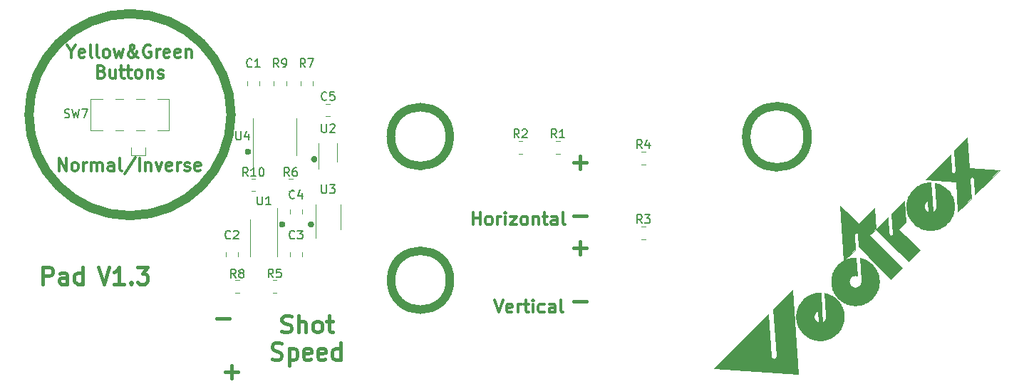
<source format=gbr>
%TF.GenerationSoftware,KiCad,Pcbnew,(6.99.0-2899-g66b8ecb467)*%
%TF.CreationDate,2022-08-21T04:15:40+02:00*%
%TF.ProjectId,Vectrex Pad miniNeoGeo-rounded-jlcpcb,56656374-7265-4782-9050-6164206d696e,1.3*%
%TF.SameCoordinates,Original*%
%TF.FileFunction,Legend,Top*%
%TF.FilePolarity,Positive*%
%FSLAX46Y46*%
G04 Gerber Fmt 4.6, Leading zero omitted, Abs format (unit mm)*
G04 Created by KiCad (PCBNEW (6.99.0-2899-g66b8ecb467)) date 2022-08-21 04:15:40*
%MOMM*%
%LPD*%
G01*
G04 APERTURE LIST*
%ADD10C,0.000400*%
%ADD11C,0.800000*%
%ADD12C,1.000000*%
%ADD13C,1.100000*%
%ADD14C,0.300000*%
%ADD15C,0.400000*%
%ADD16C,0.150000*%
%ADD17C,0.120000*%
G04 APERTURE END LIST*
D10*
G36*
X200179671Y-86566738D02*
G01*
X202103691Y-84642718D01*
X202261505Y-87169998D01*
X202260844Y-87170659D01*
X202261593Y-87171408D01*
X201516982Y-87916019D01*
X205365768Y-91764807D01*
X204022472Y-93108104D01*
X200251513Y-89337145D01*
X200241786Y-89191216D01*
X200151983Y-87839687D01*
X200150839Y-87827436D01*
X200149101Y-87815388D01*
X200146785Y-87803555D01*
X200143906Y-87791954D01*
X200140480Y-87780596D01*
X200136523Y-87769498D01*
X200132049Y-87758671D01*
X200127076Y-87748131D01*
X200121618Y-87737892D01*
X200115692Y-87727966D01*
X200109312Y-87718369D01*
X200102494Y-87709115D01*
X200095255Y-87700216D01*
X200087608Y-87691688D01*
X200079572Y-87683544D01*
X200071160Y-87675798D01*
X200062388Y-87668465D01*
X200053272Y-87661557D01*
X200043828Y-87655090D01*
X200034072Y-87649077D01*
X200024018Y-87643532D01*
X200013683Y-87638469D01*
X200003082Y-87633901D01*
X199992231Y-87629844D01*
X199981145Y-87626311D01*
X199969841Y-87623316D01*
X199958333Y-87620873D01*
X199946637Y-87618996D01*
X199934769Y-87617699D01*
X199922745Y-87616995D01*
X199910579Y-87616899D01*
X199898289Y-87617426D01*
X199886038Y-87618570D01*
X199873989Y-87620308D01*
X199862157Y-87622624D01*
X199850555Y-87625503D01*
X199839198Y-87628929D01*
X199828099Y-87632887D01*
X199817272Y-87637360D01*
X199806732Y-87642333D01*
X199796492Y-87647791D01*
X199786567Y-87653717D01*
X199776970Y-87660097D01*
X199767715Y-87666915D01*
X199758817Y-87674154D01*
X199750289Y-87681801D01*
X199742145Y-87689837D01*
X199734399Y-87698249D01*
X199727066Y-87707021D01*
X199720158Y-87716136D01*
X199713691Y-87725580D01*
X199707678Y-87735337D01*
X199702133Y-87745390D01*
X199697070Y-87755725D01*
X199692503Y-87766326D01*
X199688446Y-87777177D01*
X199684913Y-87788263D01*
X199681918Y-87799568D01*
X199679475Y-87811076D01*
X199677598Y-87822771D01*
X199676301Y-87834639D01*
X199675597Y-87846664D01*
X199675502Y-87858829D01*
X199676028Y-87871119D01*
X199793520Y-89639481D01*
X198628331Y-90804670D01*
X198701638Y-90773187D01*
X198775603Y-90743844D01*
X198850179Y-90716644D01*
X198925321Y-90691586D01*
X199000986Y-90668673D01*
X199077128Y-90647905D01*
X199153701Y-90629284D01*
X199230662Y-90612810D01*
X199307965Y-90598485D01*
X199385564Y-90586309D01*
X199463416Y-90576284D01*
X199541475Y-90568411D01*
X199619696Y-90562691D01*
X199698035Y-90559126D01*
X199776446Y-90557715D01*
X199854884Y-90558461D01*
X199996324Y-92695013D01*
X199949530Y-92682709D01*
X199902152Y-92673579D01*
X199854359Y-92667620D01*
X199806322Y-92664834D01*
X199758211Y-92665217D01*
X199710195Y-92668770D01*
X199662444Y-92675491D01*
X199615129Y-92685378D01*
X199568419Y-92698432D01*
X199522484Y-92714650D01*
X199477494Y-92734033D01*
X199433618Y-92756577D01*
X199391028Y-92782284D01*
X199349892Y-92811150D01*
X199310381Y-92843176D01*
X199272664Y-92878361D01*
X199246769Y-92905600D01*
X199222545Y-92933813D01*
X199199991Y-92962936D01*
X199179108Y-92992903D01*
X199159896Y-93023649D01*
X199142354Y-93055110D01*
X199126483Y-93087220D01*
X199112282Y-93119915D01*
X199099752Y-93153130D01*
X199088893Y-93186799D01*
X199079705Y-93220858D01*
X199072187Y-93255242D01*
X199066339Y-93289885D01*
X199062163Y-93324724D01*
X199059657Y-93359692D01*
X199058822Y-93394725D01*
X199059657Y-93429759D01*
X199062163Y-93464727D01*
X199066339Y-93499565D01*
X199072187Y-93534209D01*
X199079705Y-93568592D01*
X199088893Y-93602651D01*
X199099752Y-93636321D01*
X199112282Y-93669535D01*
X199126483Y-93702230D01*
X199142354Y-93734341D01*
X199159896Y-93765801D01*
X199179108Y-93796548D01*
X199199991Y-93826515D01*
X199222545Y-93855638D01*
X199246769Y-93883851D01*
X199272664Y-93911090D01*
X199299903Y-93936985D01*
X199328116Y-93961209D01*
X199357239Y-93983763D01*
X199387206Y-94004646D01*
X199417953Y-94023859D01*
X199449414Y-94041400D01*
X199481524Y-94057271D01*
X199514219Y-94071472D01*
X199547434Y-94084002D01*
X199581103Y-94094861D01*
X199615162Y-94104049D01*
X199649545Y-94111567D01*
X199684189Y-94117415D01*
X199719027Y-94121591D01*
X199753995Y-94124097D01*
X199789029Y-94124932D01*
X199824062Y-94124097D01*
X199859030Y-94121591D01*
X199893868Y-94117414D01*
X199928512Y-94111567D01*
X199962895Y-94104049D01*
X199996954Y-94094861D01*
X200030624Y-94084001D01*
X200063838Y-94071471D01*
X200096533Y-94057271D01*
X200128643Y-94041400D01*
X200160104Y-94023858D01*
X200190851Y-94004645D01*
X200220818Y-93983762D01*
X200249940Y-93961208D01*
X200278153Y-93936984D01*
X200305392Y-93911089D01*
X200332403Y-93882600D01*
X200357589Y-93853029D01*
X200380948Y-93822452D01*
X200402480Y-93790944D01*
X200422183Y-93758580D01*
X200440057Y-93725438D01*
X200456100Y-93691591D01*
X200470311Y-93657117D01*
X200482690Y-93622090D01*
X200493234Y-93586585D01*
X200501943Y-93550680D01*
X200508816Y-93514449D01*
X200513852Y-93477969D01*
X200517049Y-93441314D01*
X200518407Y-93404560D01*
X200517924Y-93367783D01*
X200518300Y-93367410D01*
X200518674Y-93367037D01*
X200508197Y-93214371D01*
X200336076Y-90610096D01*
X200435972Y-90631556D01*
X200535215Y-90656645D01*
X200633698Y-90685363D01*
X200731312Y-90717708D01*
X200827948Y-90753679D01*
X200923497Y-90793276D01*
X201017852Y-90836496D01*
X201110903Y-90883340D01*
X201202543Y-90933806D01*
X201292661Y-90987892D01*
X201381151Y-91045598D01*
X201467904Y-91106923D01*
X201552810Y-91171865D01*
X201635762Y-91240424D01*
X201716651Y-91312598D01*
X201795368Y-91388386D01*
X201896025Y-91494264D01*
X201990189Y-91603919D01*
X202077858Y-91717100D01*
X202159033Y-91833555D01*
X202233714Y-91953033D01*
X202301902Y-92075281D01*
X202363595Y-92200047D01*
X202418794Y-92327080D01*
X202467499Y-92456129D01*
X202509710Y-92586940D01*
X202545427Y-92719262D01*
X202574650Y-92852843D01*
X202597379Y-92987432D01*
X202613614Y-93122777D01*
X202623355Y-93258625D01*
X202626602Y-93394725D01*
X202623355Y-93530825D01*
X202613614Y-93666673D01*
X202597379Y-93802018D01*
X202574650Y-93936606D01*
X202545427Y-94070188D01*
X202509709Y-94202510D01*
X202467498Y-94333321D01*
X202418793Y-94462369D01*
X202363594Y-94589402D01*
X202301900Y-94714169D01*
X202233713Y-94836416D01*
X202159031Y-94955894D01*
X202077856Y-95072349D01*
X201990187Y-95185530D01*
X201896023Y-95295185D01*
X201795365Y-95401062D01*
X201689488Y-95501720D01*
X201579834Y-95595883D01*
X201466653Y-95683553D01*
X201350198Y-95764728D01*
X201230720Y-95839409D01*
X201108473Y-95907597D01*
X200983706Y-95969290D01*
X200856673Y-96024489D01*
X200727625Y-96073195D01*
X200596814Y-96115406D01*
X200464492Y-96151123D01*
X200330910Y-96180346D01*
X200196322Y-96203076D01*
X200060977Y-96219311D01*
X199925129Y-96229052D01*
X199789029Y-96232299D01*
X199652929Y-96229052D01*
X199517081Y-96219311D01*
X199381736Y-96203076D01*
X199247147Y-96180347D01*
X199113566Y-96151124D01*
X198981243Y-96115407D01*
X198850432Y-96073196D01*
X198721384Y-96024490D01*
X198594351Y-95969291D01*
X198469584Y-95907598D01*
X198347336Y-95839411D01*
X198227859Y-95764730D01*
X198111403Y-95683554D01*
X197998222Y-95595885D01*
X197888567Y-95501722D01*
X197782690Y-95401064D01*
X197682032Y-95295187D01*
X197587869Y-95185532D01*
X197500200Y-95072351D01*
X197419024Y-94955895D01*
X197344343Y-94836418D01*
X197276156Y-94714170D01*
X197214463Y-94589403D01*
X197159264Y-94462370D01*
X197110558Y-94333322D01*
X197068347Y-94202511D01*
X197032630Y-94070189D01*
X197003407Y-93936607D01*
X196980678Y-93802018D01*
X196964443Y-93666674D01*
X196954702Y-93530825D01*
X196951455Y-93394725D01*
X196954702Y-93258625D01*
X196964443Y-93122777D01*
X196980678Y-92987432D01*
X197003407Y-92852844D01*
X197032630Y-92719262D01*
X197068347Y-92586940D01*
X197110558Y-92456129D01*
X197159264Y-92327081D01*
X197214463Y-92200047D01*
X197276156Y-92075281D01*
X197344343Y-91953033D01*
X197419024Y-91833555D01*
X197500200Y-91717100D01*
X197587869Y-91603919D01*
X197682032Y-91494264D01*
X197782690Y-91388386D01*
X197820134Y-91351623D01*
X197858091Y-91315701D01*
X197896545Y-91280619D01*
X197935483Y-91246375D01*
X197974890Y-91212968D01*
X198014751Y-91180398D01*
X198055054Y-91148664D01*
X198095782Y-91117763D01*
X198178462Y-91058460D01*
X198262677Y-91002481D01*
X198348312Y-90949818D01*
X198435254Y-90900460D01*
X197994474Y-84381542D01*
X200179671Y-86566738D01*
G37*
X200179671Y-86566738D02*
X202103691Y-84642718D01*
X202261505Y-87169998D01*
X202260844Y-87170659D01*
X202261593Y-87171408D01*
X201516982Y-87916019D01*
X205365768Y-91764807D01*
X204022472Y-93108104D01*
X200251513Y-89337145D01*
X200241786Y-89191216D01*
X200151983Y-87839687D01*
X200150839Y-87827436D01*
X200149101Y-87815388D01*
X200146785Y-87803555D01*
X200143906Y-87791954D01*
X200140480Y-87780596D01*
X200136523Y-87769498D01*
X200132049Y-87758671D01*
X200127076Y-87748131D01*
X200121618Y-87737892D01*
X200115692Y-87727966D01*
X200109312Y-87718369D01*
X200102494Y-87709115D01*
X200095255Y-87700216D01*
X200087608Y-87691688D01*
X200079572Y-87683544D01*
X200071160Y-87675798D01*
X200062388Y-87668465D01*
X200053272Y-87661557D01*
X200043828Y-87655090D01*
X200034072Y-87649077D01*
X200024018Y-87643532D01*
X200013683Y-87638469D01*
X200003082Y-87633901D01*
X199992231Y-87629844D01*
X199981145Y-87626311D01*
X199969841Y-87623316D01*
X199958333Y-87620873D01*
X199946637Y-87618996D01*
X199934769Y-87617699D01*
X199922745Y-87616995D01*
X199910579Y-87616899D01*
X199898289Y-87617426D01*
X199886038Y-87618570D01*
X199873989Y-87620308D01*
X199862157Y-87622624D01*
X199850555Y-87625503D01*
X199839198Y-87628929D01*
X199828099Y-87632887D01*
X199817272Y-87637360D01*
X199806732Y-87642333D01*
X199796492Y-87647791D01*
X199786567Y-87653717D01*
X199776970Y-87660097D01*
X199767715Y-87666915D01*
X199758817Y-87674154D01*
X199750289Y-87681801D01*
X199742145Y-87689837D01*
X199734399Y-87698249D01*
X199727066Y-87707021D01*
X199720158Y-87716136D01*
X199713691Y-87725580D01*
X199707678Y-87735337D01*
X199702133Y-87745390D01*
X199697070Y-87755725D01*
X199692503Y-87766326D01*
X199688446Y-87777177D01*
X199684913Y-87788263D01*
X199681918Y-87799568D01*
X199679475Y-87811076D01*
X199677598Y-87822771D01*
X199676301Y-87834639D01*
X199675597Y-87846664D01*
X199675502Y-87858829D01*
X199676028Y-87871119D01*
X199793520Y-89639481D01*
X198628331Y-90804670D01*
X198701638Y-90773187D01*
X198775603Y-90743844D01*
X198850179Y-90716644D01*
X198925321Y-90691586D01*
X199000986Y-90668673D01*
X199077128Y-90647905D01*
X199153701Y-90629284D01*
X199230662Y-90612810D01*
X199307965Y-90598485D01*
X199385564Y-90586309D01*
X199463416Y-90576284D01*
X199541475Y-90568411D01*
X199619696Y-90562691D01*
X199698035Y-90559126D01*
X199776446Y-90557715D01*
X199854884Y-90558461D01*
X199996324Y-92695013D01*
X199949530Y-92682709D01*
X199902152Y-92673579D01*
X199854359Y-92667620D01*
X199806322Y-92664834D01*
X199758211Y-92665217D01*
X199710195Y-92668770D01*
X199662444Y-92675491D01*
X199615129Y-92685378D01*
X199568419Y-92698432D01*
X199522484Y-92714650D01*
X199477494Y-92734033D01*
X199433618Y-92756577D01*
X199391028Y-92782284D01*
X199349892Y-92811150D01*
X199310381Y-92843176D01*
X199272664Y-92878361D01*
X199246769Y-92905600D01*
X199222545Y-92933813D01*
X199199991Y-92962936D01*
X199179108Y-92992903D01*
X199159896Y-93023649D01*
X199142354Y-93055110D01*
X199126483Y-93087220D01*
X199112282Y-93119915D01*
X199099752Y-93153130D01*
X199088893Y-93186799D01*
X199079705Y-93220858D01*
X199072187Y-93255242D01*
X199066339Y-93289885D01*
X199062163Y-93324724D01*
X199059657Y-93359692D01*
X199058822Y-93394725D01*
X199059657Y-93429759D01*
X199062163Y-93464727D01*
X199066339Y-93499565D01*
X199072187Y-93534209D01*
X199079705Y-93568592D01*
X199088893Y-93602651D01*
X199099752Y-93636321D01*
X199112282Y-93669535D01*
X199126483Y-93702230D01*
X199142354Y-93734341D01*
X199159896Y-93765801D01*
X199179108Y-93796548D01*
X199199991Y-93826515D01*
X199222545Y-93855638D01*
X199246769Y-93883851D01*
X199272664Y-93911090D01*
X199299903Y-93936985D01*
X199328116Y-93961209D01*
X199357239Y-93983763D01*
X199387206Y-94004646D01*
X199417953Y-94023859D01*
X199449414Y-94041400D01*
X199481524Y-94057271D01*
X199514219Y-94071472D01*
X199547434Y-94084002D01*
X199581103Y-94094861D01*
X199615162Y-94104049D01*
X199649545Y-94111567D01*
X199684189Y-94117415D01*
X199719027Y-94121591D01*
X199753995Y-94124097D01*
X199789029Y-94124932D01*
X199824062Y-94124097D01*
X199859030Y-94121591D01*
X199893868Y-94117414D01*
X199928512Y-94111567D01*
X199962895Y-94104049D01*
X199996954Y-94094861D01*
X200030624Y-94084001D01*
X200063838Y-94071471D01*
X200096533Y-94057271D01*
X200128643Y-94041400D01*
X200160104Y-94023858D01*
X200190851Y-94004645D01*
X200220818Y-93983762D01*
X200249940Y-93961208D01*
X200278153Y-93936984D01*
X200305392Y-93911089D01*
X200332403Y-93882600D01*
X200357589Y-93853029D01*
X200380948Y-93822452D01*
X200402480Y-93790944D01*
X200422183Y-93758580D01*
X200440057Y-93725438D01*
X200456100Y-93691591D01*
X200470311Y-93657117D01*
X200482690Y-93622090D01*
X200493234Y-93586585D01*
X200501943Y-93550680D01*
X200508816Y-93514449D01*
X200513852Y-93477969D01*
X200517049Y-93441314D01*
X200518407Y-93404560D01*
X200517924Y-93367783D01*
X200518300Y-93367410D01*
X200518674Y-93367037D01*
X200508197Y-93214371D01*
X200336076Y-90610096D01*
X200435972Y-90631556D01*
X200535215Y-90656645D01*
X200633698Y-90685363D01*
X200731312Y-90717708D01*
X200827948Y-90753679D01*
X200923497Y-90793276D01*
X201017852Y-90836496D01*
X201110903Y-90883340D01*
X201202543Y-90933806D01*
X201292661Y-90987892D01*
X201381151Y-91045598D01*
X201467904Y-91106923D01*
X201552810Y-91171865D01*
X201635762Y-91240424D01*
X201716651Y-91312598D01*
X201795368Y-91388386D01*
X201896025Y-91494264D01*
X201990189Y-91603919D01*
X202077858Y-91717100D01*
X202159033Y-91833555D01*
X202233714Y-91953033D01*
X202301902Y-92075281D01*
X202363595Y-92200047D01*
X202418794Y-92327080D01*
X202467499Y-92456129D01*
X202509710Y-92586940D01*
X202545427Y-92719262D01*
X202574650Y-92852843D01*
X202597379Y-92987432D01*
X202613614Y-93122777D01*
X202623355Y-93258625D01*
X202626602Y-93394725D01*
X202623355Y-93530825D01*
X202613614Y-93666673D01*
X202597379Y-93802018D01*
X202574650Y-93936606D01*
X202545427Y-94070188D01*
X202509709Y-94202510D01*
X202467498Y-94333321D01*
X202418793Y-94462369D01*
X202363594Y-94589402D01*
X202301900Y-94714169D01*
X202233713Y-94836416D01*
X202159031Y-94955894D01*
X202077856Y-95072349D01*
X201990187Y-95185530D01*
X201896023Y-95295185D01*
X201795365Y-95401062D01*
X201689488Y-95501720D01*
X201579834Y-95595883D01*
X201466653Y-95683553D01*
X201350198Y-95764728D01*
X201230720Y-95839409D01*
X201108473Y-95907597D01*
X200983706Y-95969290D01*
X200856673Y-96024489D01*
X200727625Y-96073195D01*
X200596814Y-96115406D01*
X200464492Y-96151123D01*
X200330910Y-96180346D01*
X200196322Y-96203076D01*
X200060977Y-96219311D01*
X199925129Y-96229052D01*
X199789029Y-96232299D01*
X199652929Y-96229052D01*
X199517081Y-96219311D01*
X199381736Y-96203076D01*
X199247147Y-96180347D01*
X199113566Y-96151124D01*
X198981243Y-96115407D01*
X198850432Y-96073196D01*
X198721384Y-96024490D01*
X198594351Y-95969291D01*
X198469584Y-95907598D01*
X198347336Y-95839411D01*
X198227859Y-95764730D01*
X198111403Y-95683554D01*
X197998222Y-95595885D01*
X197888567Y-95501722D01*
X197782690Y-95401064D01*
X197682032Y-95295187D01*
X197587869Y-95185532D01*
X197500200Y-95072351D01*
X197419024Y-94955895D01*
X197344343Y-94836418D01*
X197276156Y-94714170D01*
X197214463Y-94589403D01*
X197159264Y-94462370D01*
X197110558Y-94333322D01*
X197068347Y-94202511D01*
X197032630Y-94070189D01*
X197003407Y-93936607D01*
X196980678Y-93802018D01*
X196964443Y-93666674D01*
X196954702Y-93530825D01*
X196951455Y-93394725D01*
X196954702Y-93258625D01*
X196964443Y-93122777D01*
X196980678Y-92987432D01*
X197003407Y-92852844D01*
X197032630Y-92719262D01*
X197068347Y-92586940D01*
X197110558Y-92456129D01*
X197159264Y-92327081D01*
X197214463Y-92200047D01*
X197276156Y-92075281D01*
X197344343Y-91953033D01*
X197419024Y-91833555D01*
X197500200Y-91717100D01*
X197587869Y-91603919D01*
X197682032Y-91494264D01*
X197782690Y-91388386D01*
X197820134Y-91351623D01*
X197858091Y-91315701D01*
X197896545Y-91280619D01*
X197935483Y-91246375D01*
X197974890Y-91212968D01*
X198014751Y-91180398D01*
X198055054Y-91148664D01*
X198095782Y-91117763D01*
X198178462Y-91058460D01*
X198262677Y-91002481D01*
X198348312Y-90949818D01*
X198435254Y-90900460D01*
X197994474Y-84381542D01*
X200179671Y-86566738D01*
G36*
X205776611Y-86342981D02*
G01*
X204948183Y-87171409D01*
X207453676Y-89676901D01*
X206110380Y-91020195D01*
X202261593Y-87171408D01*
X202261593Y-87171407D01*
X202261505Y-87169998D01*
X203604140Y-85827363D01*
X203669997Y-85761508D01*
X203800207Y-87719204D01*
X203801351Y-87731455D01*
X203803089Y-87743504D01*
X203805405Y-87755336D01*
X203808284Y-87766938D01*
X203811710Y-87778295D01*
X203815668Y-87789394D01*
X203820141Y-87800220D01*
X203825114Y-87810760D01*
X203830572Y-87821000D01*
X203836499Y-87830925D01*
X203842879Y-87840522D01*
X203849696Y-87849777D01*
X203856936Y-87858675D01*
X203864582Y-87867203D01*
X203872619Y-87875347D01*
X203881031Y-87883093D01*
X203889803Y-87890427D01*
X203898918Y-87897334D01*
X203908362Y-87903801D01*
X203918119Y-87909814D01*
X203928172Y-87915360D01*
X203938507Y-87920423D01*
X203949108Y-87924990D01*
X203959959Y-87929047D01*
X203971045Y-87932580D01*
X203982350Y-87935575D01*
X203993858Y-87938018D01*
X204005553Y-87939895D01*
X204017421Y-87941192D01*
X204029445Y-87941896D01*
X204041610Y-87941991D01*
X204053901Y-87941465D01*
X204066152Y-87940321D01*
X204078201Y-87938583D01*
X204090033Y-87936267D01*
X204101635Y-87933388D01*
X204112992Y-87929962D01*
X204124091Y-87926005D01*
X204134918Y-87921532D01*
X204145458Y-87916558D01*
X204155697Y-87911101D01*
X204165623Y-87905174D01*
X204175220Y-87898794D01*
X204184475Y-87891977D01*
X204193373Y-87884737D01*
X204201901Y-87877091D01*
X204210045Y-87869054D01*
X204217791Y-87860642D01*
X204225125Y-87851870D01*
X204232032Y-87842755D01*
X204238500Y-87833311D01*
X204244513Y-87823555D01*
X204250058Y-87813501D01*
X204255121Y-87803166D01*
X204259688Y-87792565D01*
X204263745Y-87781714D01*
X204267278Y-87770628D01*
X204270273Y-87759324D01*
X204272717Y-87747816D01*
X204274594Y-87736120D01*
X204275891Y-87724252D01*
X204276594Y-87712228D01*
X204276690Y-87700063D01*
X204276164Y-87687772D01*
X204118261Y-85314741D01*
X205618708Y-83814291D01*
X205776611Y-86342981D01*
G37*
X205776611Y-86342981D02*
X204948183Y-87171409D01*
X207453676Y-89676901D01*
X206110380Y-91020195D01*
X202261593Y-87171408D01*
X202261593Y-87171407D01*
X202261505Y-87169998D01*
X203604140Y-85827363D01*
X203669997Y-85761508D01*
X203800207Y-87719204D01*
X203801351Y-87731455D01*
X203803089Y-87743504D01*
X203805405Y-87755336D01*
X203808284Y-87766938D01*
X203811710Y-87778295D01*
X203815668Y-87789394D01*
X203820141Y-87800220D01*
X203825114Y-87810760D01*
X203830572Y-87821000D01*
X203836499Y-87830925D01*
X203842879Y-87840522D01*
X203849696Y-87849777D01*
X203856936Y-87858675D01*
X203864582Y-87867203D01*
X203872619Y-87875347D01*
X203881031Y-87883093D01*
X203889803Y-87890427D01*
X203898918Y-87897334D01*
X203908362Y-87903801D01*
X203918119Y-87909814D01*
X203928172Y-87915360D01*
X203938507Y-87920423D01*
X203949108Y-87924990D01*
X203959959Y-87929047D01*
X203971045Y-87932580D01*
X203982350Y-87935575D01*
X203993858Y-87938018D01*
X204005553Y-87939895D01*
X204017421Y-87941192D01*
X204029445Y-87941896D01*
X204041610Y-87941991D01*
X204053901Y-87941465D01*
X204066152Y-87940321D01*
X204078201Y-87938583D01*
X204090033Y-87936267D01*
X204101635Y-87933388D01*
X204112992Y-87929962D01*
X204124091Y-87926005D01*
X204134918Y-87921532D01*
X204145458Y-87916558D01*
X204155697Y-87911101D01*
X204165623Y-87905174D01*
X204175220Y-87898794D01*
X204184475Y-87891977D01*
X204193373Y-87884737D01*
X204201901Y-87877091D01*
X204210045Y-87869054D01*
X204217791Y-87860642D01*
X204225125Y-87851870D01*
X204232032Y-87842755D01*
X204238500Y-87833311D01*
X204244513Y-87823555D01*
X204250058Y-87813501D01*
X204255121Y-87803166D01*
X204259688Y-87792565D01*
X204263745Y-87781714D01*
X204267278Y-87770628D01*
X204270273Y-87759324D01*
X204272717Y-87747816D01*
X204274594Y-87736120D01*
X204275891Y-87724252D01*
X204276594Y-87712228D01*
X204276690Y-87700063D01*
X204276164Y-87687772D01*
X204118261Y-85314741D01*
X205618708Y-83814291D01*
X205776611Y-86342981D01*
G36*
X205893061Y-84195655D02*
G01*
X205909296Y-84060310D01*
X205932025Y-83925722D01*
X205961248Y-83792140D01*
X205996965Y-83659818D01*
X206039177Y-83529007D01*
X206087882Y-83399958D01*
X206143081Y-83272925D01*
X206204774Y-83148159D01*
X206272961Y-83025911D01*
X206347643Y-82906433D01*
X206428818Y-82789978D01*
X206516487Y-82676797D01*
X206610651Y-82567141D01*
X206711308Y-82461264D01*
X206820463Y-82357658D01*
X206933622Y-82260960D01*
X207050507Y-82171168D01*
X207170844Y-82088280D01*
X207294355Y-82012294D01*
X207420765Y-81943207D01*
X207549797Y-81881018D01*
X207681175Y-81825724D01*
X207814623Y-81777324D01*
X207949864Y-81735814D01*
X208086622Y-81701192D01*
X208224621Y-81673458D01*
X208363585Y-81652607D01*
X208503238Y-81638639D01*
X208643302Y-81631550D01*
X208783503Y-81631339D01*
X208924941Y-83767892D01*
X209015490Y-85133640D01*
X209030293Y-85126746D01*
X209044952Y-85119533D01*
X209059465Y-85111998D01*
X209073827Y-85104137D01*
X209088036Y-85095948D01*
X209102088Y-85087426D01*
X209115980Y-85078569D01*
X209129709Y-85069373D01*
X209143271Y-85059835D01*
X209156663Y-85049952D01*
X209169882Y-85039720D01*
X209182924Y-85029137D01*
X209195787Y-85018198D01*
X209208467Y-85006901D01*
X209220960Y-84995242D01*
X209233263Y-84983218D01*
X209260274Y-84954729D01*
X209285459Y-84925158D01*
X209308818Y-84894581D01*
X209330350Y-84863073D01*
X209350053Y-84830710D01*
X209367927Y-84797567D01*
X209383970Y-84763721D01*
X209398181Y-84729246D01*
X209410559Y-84694220D01*
X209421103Y-84658716D01*
X209429813Y-84622811D01*
X209436686Y-84586580D01*
X209441722Y-84550100D01*
X209444919Y-84513445D01*
X209446278Y-84476692D01*
X209445795Y-84439916D01*
X209446545Y-84439166D01*
X209436066Y-84286501D01*
X209263947Y-81682227D01*
X209363843Y-81703687D01*
X209463086Y-81728776D01*
X209561569Y-81757494D01*
X209659183Y-81789839D01*
X209755818Y-81825810D01*
X209851368Y-81865407D01*
X209945722Y-81908627D01*
X210038773Y-81955471D01*
X210130412Y-82005936D01*
X210220531Y-82060023D01*
X210309021Y-82117729D01*
X210395773Y-82179054D01*
X210480679Y-82243996D01*
X210563631Y-82312555D01*
X210644520Y-82384729D01*
X210723237Y-82460517D01*
X210823826Y-82566326D01*
X210917926Y-82675918D01*
X211005537Y-82789040D01*
X211086658Y-82905442D01*
X211161290Y-83024870D01*
X211229434Y-83147074D01*
X211291088Y-83271802D01*
X211346254Y-83398802D01*
X211394931Y-83527822D01*
X211437120Y-83658611D01*
X211472821Y-83790917D01*
X211502033Y-83924487D01*
X211524758Y-84059072D01*
X211540994Y-84194418D01*
X211550743Y-84330274D01*
X211554005Y-84466388D01*
X211550779Y-84602509D01*
X211541065Y-84738385D01*
X211524864Y-84873764D01*
X211502177Y-85008394D01*
X211473002Y-85142024D01*
X211437341Y-85274402D01*
X211395193Y-85405276D01*
X211346559Y-85534395D01*
X211291438Y-85661507D01*
X211229831Y-85786359D01*
X211161738Y-85908701D01*
X211087159Y-86028281D01*
X211006094Y-86144846D01*
X210918543Y-86258146D01*
X210824507Y-86367929D01*
X210723986Y-86473942D01*
X210618109Y-86574599D01*
X210508453Y-86668762D01*
X210395272Y-86756432D01*
X210278817Y-86837607D01*
X210159339Y-86912289D01*
X210037091Y-86980476D01*
X209912324Y-87042169D01*
X209785291Y-87097368D01*
X209656243Y-87146074D01*
X209525432Y-87188285D01*
X209393109Y-87224002D01*
X209259528Y-87253225D01*
X209124939Y-87275954D01*
X208989594Y-87292189D01*
X208853746Y-87301930D01*
X208717646Y-87305177D01*
X208581546Y-87301930D01*
X208445697Y-87292189D01*
X208310353Y-87275954D01*
X208175764Y-87253225D01*
X208042182Y-87224002D01*
X207909860Y-87188285D01*
X207779049Y-87146074D01*
X207650000Y-87097369D01*
X207522967Y-87042170D01*
X207398201Y-86980476D01*
X207275952Y-86912289D01*
X207156475Y-86837608D01*
X207040019Y-86756433D01*
X206926838Y-86668763D01*
X206817183Y-86574600D01*
X206711305Y-86473943D01*
X206610648Y-86368065D01*
X206516485Y-86258410D01*
X206428816Y-86145229D01*
X206347641Y-86028774D01*
X206272960Y-85909296D01*
X206204773Y-85787048D01*
X206143080Y-85662282D01*
X206087881Y-85535248D01*
X206039176Y-85406200D01*
X205996965Y-85275389D01*
X205961248Y-85143067D01*
X205932025Y-85009485D01*
X205909296Y-84874896D01*
X205893061Y-84739552D01*
X205883320Y-84603704D01*
X205880073Y-84467603D01*
X205880109Y-84466106D01*
X207987440Y-84466106D01*
X207988275Y-84501140D01*
X207990782Y-84536108D01*
X207994958Y-84570946D01*
X208000806Y-84605590D01*
X208008324Y-84639974D01*
X208017512Y-84674033D01*
X208028372Y-84707702D01*
X208040902Y-84740917D01*
X208055102Y-84773612D01*
X208070973Y-84805722D01*
X208088515Y-84837183D01*
X208107728Y-84867930D01*
X208128611Y-84897897D01*
X208151164Y-84927019D01*
X208175389Y-84955233D01*
X208201283Y-84982472D01*
X208219758Y-85000318D01*
X208238688Y-85017377D01*
X208258053Y-85033648D01*
X208277837Y-85049133D01*
X208298020Y-85063834D01*
X208318582Y-85077750D01*
X208339507Y-85090884D01*
X208360775Y-85103237D01*
X208382367Y-85114809D01*
X208404266Y-85125601D01*
X208426451Y-85135616D01*
X208448905Y-85144853D01*
X208471609Y-85153314D01*
X208494544Y-85161000D01*
X208517692Y-85167912D01*
X208541034Y-85174051D01*
X208448989Y-83787349D01*
X208432081Y-83794172D01*
X208415323Y-83801448D01*
X208398723Y-83809176D01*
X208382290Y-83817353D01*
X208366032Y-83825978D01*
X208349958Y-83835048D01*
X208334077Y-83844560D01*
X208318399Y-83854513D01*
X208302930Y-83864905D01*
X208287681Y-83875733D01*
X208272660Y-83886995D01*
X208257876Y-83898689D01*
X208243338Y-83910812D01*
X208229054Y-83923364D01*
X208215033Y-83936340D01*
X208201283Y-83949740D01*
X208175388Y-83976979D01*
X208151164Y-84005193D01*
X208128610Y-84034315D01*
X208107726Y-84064283D01*
X208088514Y-84095029D01*
X208070972Y-84126490D01*
X208055101Y-84158601D01*
X208040900Y-84191296D01*
X208028370Y-84224510D01*
X208017511Y-84258180D01*
X208008323Y-84292239D01*
X208000805Y-84326623D01*
X207994958Y-84361266D01*
X207990781Y-84396105D01*
X207988275Y-84431073D01*
X207987440Y-84466106D01*
X205880109Y-84466106D01*
X205883320Y-84331503D01*
X205893061Y-84195655D01*
G37*
X205893061Y-84195655D02*
X205909296Y-84060310D01*
X205932025Y-83925722D01*
X205961248Y-83792140D01*
X205996965Y-83659818D01*
X206039177Y-83529007D01*
X206087882Y-83399958D01*
X206143081Y-83272925D01*
X206204774Y-83148159D01*
X206272961Y-83025911D01*
X206347643Y-82906433D01*
X206428818Y-82789978D01*
X206516487Y-82676797D01*
X206610651Y-82567141D01*
X206711308Y-82461264D01*
X206820463Y-82357658D01*
X206933622Y-82260960D01*
X207050507Y-82171168D01*
X207170844Y-82088280D01*
X207294355Y-82012294D01*
X207420765Y-81943207D01*
X207549797Y-81881018D01*
X207681175Y-81825724D01*
X207814623Y-81777324D01*
X207949864Y-81735814D01*
X208086622Y-81701192D01*
X208224621Y-81673458D01*
X208363585Y-81652607D01*
X208503238Y-81638639D01*
X208643302Y-81631550D01*
X208783503Y-81631339D01*
X208924941Y-83767892D01*
X209015490Y-85133640D01*
X209030293Y-85126746D01*
X209044952Y-85119533D01*
X209059465Y-85111998D01*
X209073827Y-85104137D01*
X209088036Y-85095948D01*
X209102088Y-85087426D01*
X209115980Y-85078569D01*
X209129709Y-85069373D01*
X209143271Y-85059835D01*
X209156663Y-85049952D01*
X209169882Y-85039720D01*
X209182924Y-85029137D01*
X209195787Y-85018198D01*
X209208467Y-85006901D01*
X209220960Y-84995242D01*
X209233263Y-84983218D01*
X209260274Y-84954729D01*
X209285459Y-84925158D01*
X209308818Y-84894581D01*
X209330350Y-84863073D01*
X209350053Y-84830710D01*
X209367927Y-84797567D01*
X209383970Y-84763721D01*
X209398181Y-84729246D01*
X209410559Y-84694220D01*
X209421103Y-84658716D01*
X209429813Y-84622811D01*
X209436686Y-84586580D01*
X209441722Y-84550100D01*
X209444919Y-84513445D01*
X209446278Y-84476692D01*
X209445795Y-84439916D01*
X209446545Y-84439166D01*
X209436066Y-84286501D01*
X209263947Y-81682227D01*
X209363843Y-81703687D01*
X209463086Y-81728776D01*
X209561569Y-81757494D01*
X209659183Y-81789839D01*
X209755818Y-81825810D01*
X209851368Y-81865407D01*
X209945722Y-81908627D01*
X210038773Y-81955471D01*
X210130412Y-82005936D01*
X210220531Y-82060023D01*
X210309021Y-82117729D01*
X210395773Y-82179054D01*
X210480679Y-82243996D01*
X210563631Y-82312555D01*
X210644520Y-82384729D01*
X210723237Y-82460517D01*
X210823826Y-82566326D01*
X210917926Y-82675918D01*
X211005537Y-82789040D01*
X211086658Y-82905442D01*
X211161290Y-83024870D01*
X211229434Y-83147074D01*
X211291088Y-83271802D01*
X211346254Y-83398802D01*
X211394931Y-83527822D01*
X211437120Y-83658611D01*
X211472821Y-83790917D01*
X211502033Y-83924487D01*
X211524758Y-84059072D01*
X211540994Y-84194418D01*
X211550743Y-84330274D01*
X211554005Y-84466388D01*
X211550779Y-84602509D01*
X211541065Y-84738385D01*
X211524864Y-84873764D01*
X211502177Y-85008394D01*
X211473002Y-85142024D01*
X211437341Y-85274402D01*
X211395193Y-85405276D01*
X211346559Y-85534395D01*
X211291438Y-85661507D01*
X211229831Y-85786359D01*
X211161738Y-85908701D01*
X211087159Y-86028281D01*
X211006094Y-86144846D01*
X210918543Y-86258146D01*
X210824507Y-86367929D01*
X210723986Y-86473942D01*
X210618109Y-86574599D01*
X210508453Y-86668762D01*
X210395272Y-86756432D01*
X210278817Y-86837607D01*
X210159339Y-86912289D01*
X210037091Y-86980476D01*
X209912324Y-87042169D01*
X209785291Y-87097368D01*
X209656243Y-87146074D01*
X209525432Y-87188285D01*
X209393109Y-87224002D01*
X209259528Y-87253225D01*
X209124939Y-87275954D01*
X208989594Y-87292189D01*
X208853746Y-87301930D01*
X208717646Y-87305177D01*
X208581546Y-87301930D01*
X208445697Y-87292189D01*
X208310353Y-87275954D01*
X208175764Y-87253225D01*
X208042182Y-87224002D01*
X207909860Y-87188285D01*
X207779049Y-87146074D01*
X207650000Y-87097369D01*
X207522967Y-87042170D01*
X207398201Y-86980476D01*
X207275952Y-86912289D01*
X207156475Y-86837608D01*
X207040019Y-86756433D01*
X206926838Y-86668763D01*
X206817183Y-86574600D01*
X206711305Y-86473943D01*
X206610648Y-86368065D01*
X206516485Y-86258410D01*
X206428816Y-86145229D01*
X206347641Y-86028774D01*
X206272960Y-85909296D01*
X206204773Y-85787048D01*
X206143080Y-85662282D01*
X206087881Y-85535248D01*
X206039176Y-85406200D01*
X205996965Y-85275389D01*
X205961248Y-85143067D01*
X205932025Y-85009485D01*
X205909296Y-84874896D01*
X205893061Y-84739552D01*
X205883320Y-84603704D01*
X205880073Y-84467603D01*
X205880109Y-84466106D01*
X207987440Y-84466106D01*
X207988275Y-84501140D01*
X207990782Y-84536108D01*
X207994958Y-84570946D01*
X208000806Y-84605590D01*
X208008324Y-84639974D01*
X208017512Y-84674033D01*
X208028372Y-84707702D01*
X208040902Y-84740917D01*
X208055102Y-84773612D01*
X208070973Y-84805722D01*
X208088515Y-84837183D01*
X208107728Y-84867930D01*
X208128611Y-84897897D01*
X208151164Y-84927019D01*
X208175389Y-84955233D01*
X208201283Y-84982472D01*
X208219758Y-85000318D01*
X208238688Y-85017377D01*
X208258053Y-85033648D01*
X208277837Y-85049133D01*
X208298020Y-85063834D01*
X208318582Y-85077750D01*
X208339507Y-85090884D01*
X208360775Y-85103237D01*
X208382367Y-85114809D01*
X208404266Y-85125601D01*
X208426451Y-85135616D01*
X208448905Y-85144853D01*
X208471609Y-85153314D01*
X208494544Y-85161000D01*
X208517692Y-85167912D01*
X208541034Y-85174051D01*
X208448989Y-83787349D01*
X208432081Y-83794172D01*
X208415323Y-83801448D01*
X208398723Y-83809176D01*
X208382290Y-83817353D01*
X208366032Y-83825978D01*
X208349958Y-83835048D01*
X208334077Y-83844560D01*
X208318399Y-83854513D01*
X208302930Y-83864905D01*
X208287681Y-83875733D01*
X208272660Y-83886995D01*
X208257876Y-83898689D01*
X208243338Y-83910812D01*
X208229054Y-83923364D01*
X208215033Y-83936340D01*
X208201283Y-83949740D01*
X208175388Y-83976979D01*
X208151164Y-84005193D01*
X208128610Y-84034315D01*
X208107726Y-84064283D01*
X208088514Y-84095029D01*
X208070972Y-84126490D01*
X208055101Y-84158601D01*
X208040900Y-84191296D01*
X208028370Y-84224510D01*
X208017511Y-84258180D01*
X208008323Y-84292239D01*
X208000805Y-84326623D01*
X207994958Y-84361266D01*
X207990781Y-84396105D01*
X207988275Y-84431073D01*
X207987440Y-84466106D01*
X205880109Y-84466106D01*
X205883320Y-84331503D01*
X205893061Y-84195655D01*
G36*
X192975260Y-104373838D02*
G01*
X183033368Y-103713037D01*
X189437787Y-97308621D01*
X189766316Y-102267966D01*
X189768015Y-102285649D01*
X189770574Y-102303044D01*
X189773968Y-102320131D01*
X189778177Y-102336889D01*
X189783176Y-102353298D01*
X189788943Y-102369337D01*
X189795456Y-102384987D01*
X189802692Y-102400226D01*
X189810629Y-102415034D01*
X189819243Y-102429391D01*
X189828513Y-102443276D01*
X189838416Y-102456669D01*
X189848928Y-102469550D01*
X189860028Y-102481898D01*
X189871693Y-102493692D01*
X189883900Y-102504913D01*
X189896627Y-102515540D01*
X189909850Y-102525552D01*
X189923548Y-102534929D01*
X189937698Y-102543651D01*
X189952277Y-102551697D01*
X189967263Y-102559047D01*
X189982632Y-102565680D01*
X189998363Y-102571576D01*
X190014433Y-102576714D01*
X190030818Y-102581074D01*
X190047497Y-102584637D01*
X190064448Y-102587380D01*
X190081646Y-102589284D01*
X190099070Y-102590329D01*
X190116697Y-102590494D01*
X190134505Y-102589758D01*
X190152188Y-102588059D01*
X190169583Y-102585500D01*
X190186670Y-102582106D01*
X190203428Y-102577898D01*
X190219837Y-102572898D01*
X190235877Y-102567131D01*
X190251526Y-102560618D01*
X190266765Y-102553382D01*
X190281573Y-102545445D01*
X190295930Y-102536831D01*
X190309816Y-102527561D01*
X190323209Y-102517658D01*
X190336090Y-102507146D01*
X190348438Y-102496046D01*
X190360232Y-102484381D01*
X190371453Y-102472174D01*
X190382080Y-102459447D01*
X190392092Y-102446224D01*
X190401469Y-102432526D01*
X190410190Y-102418376D01*
X190418236Y-102403797D01*
X190425586Y-102388811D01*
X190432219Y-102373441D01*
X190438115Y-102357711D01*
X190443253Y-102341641D01*
X190447614Y-102325255D01*
X190451176Y-102308576D01*
X190453920Y-102291625D01*
X190455824Y-102274427D01*
X190456869Y-102257003D01*
X190457034Y-102239375D01*
X190456298Y-102221567D01*
X190087359Y-96659048D01*
X192315212Y-94431196D01*
X192975260Y-104373838D01*
G37*
X192975260Y-104373838D02*
X183033368Y-103713037D01*
X189437787Y-97308621D01*
X189766316Y-102267966D01*
X189768015Y-102285649D01*
X189770574Y-102303044D01*
X189773968Y-102320131D01*
X189778177Y-102336889D01*
X189783176Y-102353298D01*
X189788943Y-102369337D01*
X189795456Y-102384987D01*
X189802692Y-102400226D01*
X189810629Y-102415034D01*
X189819243Y-102429391D01*
X189828513Y-102443276D01*
X189838416Y-102456669D01*
X189848928Y-102469550D01*
X189860028Y-102481898D01*
X189871693Y-102493692D01*
X189883900Y-102504913D01*
X189896627Y-102515540D01*
X189909850Y-102525552D01*
X189923548Y-102534929D01*
X189937698Y-102543651D01*
X189952277Y-102551697D01*
X189967263Y-102559047D01*
X189982632Y-102565680D01*
X189998363Y-102571576D01*
X190014433Y-102576714D01*
X190030818Y-102581074D01*
X190047497Y-102584637D01*
X190064448Y-102587380D01*
X190081646Y-102589284D01*
X190099070Y-102590329D01*
X190116697Y-102590494D01*
X190134505Y-102589758D01*
X190152188Y-102588059D01*
X190169583Y-102585500D01*
X190186670Y-102582106D01*
X190203428Y-102577898D01*
X190219837Y-102572898D01*
X190235877Y-102567131D01*
X190251526Y-102560618D01*
X190266765Y-102553382D01*
X190281573Y-102545445D01*
X190295930Y-102536831D01*
X190309816Y-102527561D01*
X190323209Y-102517658D01*
X190336090Y-102507146D01*
X190348438Y-102496046D01*
X190360232Y-102484381D01*
X190371453Y-102472174D01*
X190382080Y-102459447D01*
X190392092Y-102446224D01*
X190401469Y-102432526D01*
X190410190Y-102418376D01*
X190418236Y-102403797D01*
X190425586Y-102388811D01*
X190432219Y-102373441D01*
X190438115Y-102357711D01*
X190443253Y-102341641D01*
X190447614Y-102325255D01*
X190451176Y-102308576D01*
X190453920Y-102291625D01*
X190455824Y-102274427D01*
X190456869Y-102257003D01*
X190457034Y-102239375D01*
X190456298Y-102221567D01*
X190087359Y-96659048D01*
X192315212Y-94431196D01*
X192975260Y-104373838D01*
D11*
X135509001Y-78867000D02*
G75*
G03*
X135509001Y-78867000I-1J0D01*
G01*
D12*
X151646957Y-93251298D02*
G75*
G03*
X151646957Y-93251298I-3500000J0D01*
G01*
D13*
X125630000Y-73570000D02*
G75*
G03*
X125630000Y-73570000I-12000000J0D01*
G01*
D11*
X131699001Y-86614000D02*
G75*
G03*
X131699001Y-86614000I-1J0D01*
G01*
D12*
X151621536Y-76174492D02*
G75*
G03*
X151621536Y-76174492I-3500000J0D01*
G01*
D10*
G36*
X213346222Y-79955773D02*
G01*
X216937575Y-80194496D01*
X214033959Y-83098113D01*
X213906740Y-81179332D01*
X213905596Y-81167080D01*
X213903858Y-81155032D01*
X213901542Y-81143199D01*
X213898663Y-81131598D01*
X213895237Y-81120240D01*
X213891280Y-81109142D01*
X213886807Y-81098315D01*
X213881834Y-81087775D01*
X213876376Y-81077536D01*
X213870450Y-81067610D01*
X213864070Y-81058013D01*
X213857252Y-81048758D01*
X213850013Y-81039860D01*
X213842367Y-81031332D01*
X213834330Y-81023188D01*
X213825918Y-81015442D01*
X213817146Y-81008108D01*
X213808031Y-81001201D01*
X213798587Y-80994733D01*
X213788830Y-80988720D01*
X213778777Y-80983175D01*
X213768442Y-80978112D01*
X213757841Y-80973545D01*
X213746990Y-80969488D01*
X213735904Y-80965955D01*
X213724600Y-80962960D01*
X213713092Y-80960517D01*
X213701396Y-80958639D01*
X213689528Y-80957342D01*
X213677504Y-80956638D01*
X213665339Y-80956543D01*
X213653049Y-80957069D01*
X213640797Y-80958213D01*
X213628748Y-80959951D01*
X213616916Y-80962268D01*
X213605314Y-80965147D01*
X213593956Y-80968573D01*
X213582857Y-80972530D01*
X213572031Y-80977003D01*
X213561490Y-80981976D01*
X213551251Y-80987434D01*
X213541325Y-80993361D01*
X213531728Y-80999740D01*
X213522474Y-81006558D01*
X213513575Y-81013798D01*
X213505047Y-81021444D01*
X213496903Y-81029480D01*
X213489157Y-81037892D01*
X213481824Y-81046664D01*
X213474916Y-81055779D01*
X213468449Y-81065223D01*
X213462436Y-81074980D01*
X213456891Y-81085033D01*
X213451828Y-81095368D01*
X213447261Y-81105969D01*
X213443205Y-81116820D01*
X213439672Y-81127906D01*
X213436677Y-81139211D01*
X213434234Y-81150719D01*
X213432357Y-81162415D01*
X213431060Y-81174283D01*
X213430357Y-81186307D01*
X213430261Y-81198472D01*
X213430788Y-81210763D01*
X213585695Y-83544882D01*
X212015646Y-85114932D01*
X211776921Y-81525073D01*
X208147402Y-81284100D01*
X211086938Y-78344564D01*
X211217150Y-80302261D01*
X211218294Y-80314513D01*
X211220032Y-80326561D01*
X211222349Y-80338394D01*
X211225228Y-80349995D01*
X211228654Y-80361353D01*
X211232611Y-80372452D01*
X211237084Y-80383278D01*
X211242057Y-80393818D01*
X211247515Y-80404058D01*
X211253441Y-80413983D01*
X211259821Y-80423580D01*
X211266639Y-80432835D01*
X211273878Y-80441734D01*
X211281524Y-80450262D01*
X211289561Y-80458406D01*
X211297973Y-80466152D01*
X211306745Y-80473485D01*
X211315860Y-80480393D01*
X211325304Y-80486860D01*
X211335060Y-80492873D01*
X211345114Y-80498418D01*
X211355449Y-80503481D01*
X211366050Y-80508048D01*
X211376901Y-80512105D01*
X211387986Y-80515639D01*
X211399291Y-80518634D01*
X211410799Y-80521077D01*
X211422494Y-80522954D01*
X211434362Y-80524251D01*
X211446386Y-80524955D01*
X211458551Y-80525051D01*
X211470842Y-80524524D01*
X211483093Y-80523380D01*
X211495142Y-80521642D01*
X211506975Y-80519326D01*
X211518576Y-80516447D01*
X211529934Y-80513021D01*
X211541033Y-80509063D01*
X211551860Y-80504590D01*
X211562400Y-80499617D01*
X211572639Y-80494159D01*
X211582565Y-80488233D01*
X211592162Y-80481853D01*
X211601417Y-80475035D01*
X211610315Y-80467795D01*
X211618843Y-80460149D01*
X211626987Y-80452113D01*
X211634733Y-80443701D01*
X211642067Y-80434929D01*
X211648974Y-80425814D01*
X211655441Y-80416370D01*
X211661455Y-80406613D01*
X211667000Y-80396560D01*
X211672063Y-80386225D01*
X211676630Y-80375624D01*
X211680687Y-80364773D01*
X211684220Y-80353687D01*
X211687215Y-80342382D01*
X211689658Y-80330874D01*
X211691535Y-80319179D01*
X211692832Y-80307311D01*
X211693535Y-80295286D01*
X211693631Y-80283121D01*
X211693105Y-80270831D01*
X211535951Y-77897049D01*
X213106000Y-76327000D01*
X213346222Y-79955773D01*
G37*
X213346222Y-79955773D02*
X216937575Y-80194496D01*
X214033959Y-83098113D01*
X213906740Y-81179332D01*
X213905596Y-81167080D01*
X213903858Y-81155032D01*
X213901542Y-81143199D01*
X213898663Y-81131598D01*
X213895237Y-81120240D01*
X213891280Y-81109142D01*
X213886807Y-81098315D01*
X213881834Y-81087775D01*
X213876376Y-81077536D01*
X213870450Y-81067610D01*
X213864070Y-81058013D01*
X213857252Y-81048758D01*
X213850013Y-81039860D01*
X213842367Y-81031332D01*
X213834330Y-81023188D01*
X213825918Y-81015442D01*
X213817146Y-81008108D01*
X213808031Y-81001201D01*
X213798587Y-80994733D01*
X213788830Y-80988720D01*
X213778777Y-80983175D01*
X213768442Y-80978112D01*
X213757841Y-80973545D01*
X213746990Y-80969488D01*
X213735904Y-80965955D01*
X213724600Y-80962960D01*
X213713092Y-80960517D01*
X213701396Y-80958639D01*
X213689528Y-80957342D01*
X213677504Y-80956638D01*
X213665339Y-80956543D01*
X213653049Y-80957069D01*
X213640797Y-80958213D01*
X213628748Y-80959951D01*
X213616916Y-80962268D01*
X213605314Y-80965147D01*
X213593956Y-80968573D01*
X213582857Y-80972530D01*
X213572031Y-80977003D01*
X213561490Y-80981976D01*
X213551251Y-80987434D01*
X213541325Y-80993361D01*
X213531728Y-80999740D01*
X213522474Y-81006558D01*
X213513575Y-81013798D01*
X213505047Y-81021444D01*
X213496903Y-81029480D01*
X213489157Y-81037892D01*
X213481824Y-81046664D01*
X213474916Y-81055779D01*
X213468449Y-81065223D01*
X213462436Y-81074980D01*
X213456891Y-81085033D01*
X213451828Y-81095368D01*
X213447261Y-81105969D01*
X213443205Y-81116820D01*
X213439672Y-81127906D01*
X213436677Y-81139211D01*
X213434234Y-81150719D01*
X213432357Y-81162415D01*
X213431060Y-81174283D01*
X213430357Y-81186307D01*
X213430261Y-81198472D01*
X213430788Y-81210763D01*
X213585695Y-83544882D01*
X212015646Y-85114932D01*
X211776921Y-81525073D01*
X208147402Y-81284100D01*
X211086938Y-78344564D01*
X211217150Y-80302261D01*
X211218294Y-80314513D01*
X211220032Y-80326561D01*
X211222349Y-80338394D01*
X211225228Y-80349995D01*
X211228654Y-80361353D01*
X211232611Y-80372452D01*
X211237084Y-80383278D01*
X211242057Y-80393818D01*
X211247515Y-80404058D01*
X211253441Y-80413983D01*
X211259821Y-80423580D01*
X211266639Y-80432835D01*
X211273878Y-80441734D01*
X211281524Y-80450262D01*
X211289561Y-80458406D01*
X211297973Y-80466152D01*
X211306745Y-80473485D01*
X211315860Y-80480393D01*
X211325304Y-80486860D01*
X211335060Y-80492873D01*
X211345114Y-80498418D01*
X211355449Y-80503481D01*
X211366050Y-80508048D01*
X211376901Y-80512105D01*
X211387986Y-80515639D01*
X211399291Y-80518634D01*
X211410799Y-80521077D01*
X211422494Y-80522954D01*
X211434362Y-80524251D01*
X211446386Y-80524955D01*
X211458551Y-80525051D01*
X211470842Y-80524524D01*
X211483093Y-80523380D01*
X211495142Y-80521642D01*
X211506975Y-80519326D01*
X211518576Y-80516447D01*
X211529934Y-80513021D01*
X211541033Y-80509063D01*
X211551860Y-80504590D01*
X211562400Y-80499617D01*
X211572639Y-80494159D01*
X211582565Y-80488233D01*
X211592162Y-80481853D01*
X211601417Y-80475035D01*
X211610315Y-80467795D01*
X211618843Y-80460149D01*
X211626987Y-80452113D01*
X211634733Y-80443701D01*
X211642067Y-80434929D01*
X211648974Y-80425814D01*
X211655441Y-80416370D01*
X211661455Y-80406613D01*
X211667000Y-80396560D01*
X211672063Y-80386225D01*
X211676630Y-80375624D01*
X211680687Y-80364773D01*
X211684220Y-80353687D01*
X211687215Y-80342382D01*
X211689658Y-80330874D01*
X211691535Y-80319179D01*
X211692832Y-80307311D01*
X211693535Y-80295286D01*
X211693631Y-80283121D01*
X211693105Y-80270831D01*
X211535951Y-77897049D01*
X213106000Y-76327000D01*
X213346222Y-79955773D01*
D11*
X127635000Y-77978000D02*
G75*
G03*
X127635000Y-77978000I-1J0D01*
G01*
X135128001Y-86614000D02*
G75*
G03*
X135128001Y-86614000I-1J0D01*
G01*
D10*
G36*
X192792366Y-97296350D02*
G01*
X192808601Y-97161005D01*
X192831330Y-97026416D01*
X192860554Y-96892835D01*
X192896271Y-96760512D01*
X192938482Y-96629701D01*
X192987187Y-96500653D01*
X193042386Y-96373620D01*
X193104079Y-96248854D01*
X193172267Y-96126606D01*
X193246948Y-96007128D01*
X193328123Y-95890673D01*
X193415793Y-95777492D01*
X193509956Y-95667837D01*
X193610613Y-95561960D01*
X193719769Y-95458354D01*
X193832927Y-95361655D01*
X193949813Y-95271863D01*
X194070150Y-95188975D01*
X194193661Y-95112989D01*
X194320071Y-95043902D01*
X194449103Y-94981713D01*
X194580481Y-94926419D01*
X194713928Y-94878018D01*
X194849169Y-94836508D01*
X194985927Y-94801887D01*
X195123926Y-94774152D01*
X195262890Y-94753302D01*
X195402542Y-94739333D01*
X195542607Y-94732245D01*
X195682807Y-94732034D01*
X195824245Y-96868589D01*
X195914797Y-98234333D01*
X195929600Y-98227440D01*
X195944259Y-98220227D01*
X195958771Y-98212693D01*
X195973133Y-98204832D01*
X195987342Y-98196643D01*
X196001394Y-98188121D01*
X196015286Y-98179264D01*
X196029015Y-98170069D01*
X196042576Y-98160531D01*
X196055968Y-98150648D01*
X196069187Y-98140416D01*
X196082229Y-98129833D01*
X196095092Y-98118894D01*
X196107771Y-98107597D01*
X196120264Y-98095938D01*
X196132568Y-98083914D01*
X196159578Y-98055425D01*
X196184764Y-98025854D01*
X196208123Y-97995276D01*
X196229655Y-97963768D01*
X196249359Y-97931405D01*
X196267232Y-97898262D01*
X196283276Y-97864416D01*
X196297487Y-97829941D01*
X196309865Y-97794914D01*
X196320409Y-97759410D01*
X196329119Y-97723505D01*
X196335991Y-97687274D01*
X196341027Y-97650793D01*
X196344224Y-97614138D01*
X196345582Y-97577385D01*
X196345099Y-97540608D01*
X196345288Y-97540422D01*
X196345475Y-97540235D01*
X196345849Y-97539858D01*
X196335372Y-97387197D01*
X196163999Y-94783672D01*
X196263895Y-94805131D01*
X196363139Y-94830220D01*
X196461622Y-94858937D01*
X196559235Y-94891282D01*
X196655871Y-94927253D01*
X196751420Y-94966850D01*
X196845775Y-95010070D01*
X196938826Y-95056914D01*
X197030465Y-95107380D01*
X197120584Y-95161466D01*
X197209074Y-95219172D01*
X197295826Y-95280497D01*
X197380733Y-95345439D01*
X197463685Y-95413998D01*
X197544573Y-95486172D01*
X197623290Y-95561960D01*
X197723947Y-95667837D01*
X197818111Y-95777492D01*
X197905780Y-95890673D01*
X197986955Y-96007128D01*
X198061636Y-96126606D01*
X198129823Y-96248854D01*
X198191517Y-96373620D01*
X198246716Y-96500653D01*
X198295421Y-96629701D01*
X198337632Y-96760512D01*
X198373349Y-96892835D01*
X198402572Y-97026416D01*
X198425301Y-97161005D01*
X198441536Y-97296350D01*
X198451277Y-97432198D01*
X198454524Y-97568298D01*
X198451277Y-97704398D01*
X198441536Y-97840247D01*
X198425301Y-97975591D01*
X198402572Y-98110180D01*
X198373349Y-98243762D01*
X198337632Y-98376084D01*
X198295421Y-98506895D01*
X198246716Y-98635943D01*
X198191517Y-98762976D01*
X198129823Y-98887743D01*
X198061636Y-99009991D01*
X197986955Y-99129468D01*
X197905780Y-99245923D01*
X197818111Y-99359104D01*
X197723947Y-99468759D01*
X197623290Y-99574636D01*
X197517413Y-99675294D01*
X197407758Y-99769457D01*
X197294577Y-99857126D01*
X197178122Y-99938301D01*
X197058644Y-100012983D01*
X196936397Y-100081170D01*
X196811630Y-100142863D01*
X196684597Y-100198062D01*
X196555549Y-100246767D01*
X196424738Y-100288979D01*
X196292415Y-100324696D01*
X196158834Y-100353919D01*
X196024245Y-100376648D01*
X195888900Y-100392883D01*
X195753052Y-100402624D01*
X195616952Y-100405871D01*
X195480852Y-100402624D01*
X195345003Y-100392883D01*
X195209659Y-100376648D01*
X195075070Y-100353919D01*
X194941488Y-100324696D01*
X194809166Y-100288979D01*
X194678355Y-100246767D01*
X194549307Y-100198062D01*
X194422273Y-100142863D01*
X194297507Y-100081170D01*
X194175259Y-100012983D01*
X194055782Y-99938301D01*
X193939326Y-99857126D01*
X193826145Y-99769457D01*
X193716490Y-99675294D01*
X193610613Y-99574636D01*
X193509956Y-99468759D01*
X193415792Y-99359104D01*
X193328123Y-99245923D01*
X193246948Y-99129468D01*
X193172266Y-99009991D01*
X193104079Y-98887743D01*
X193042386Y-98762976D01*
X192987187Y-98635943D01*
X192938482Y-98506895D01*
X192896270Y-98376084D01*
X192860553Y-98243762D01*
X192831330Y-98110180D01*
X192808601Y-97975591D01*
X192792366Y-97840247D01*
X192782625Y-97704398D01*
X192779378Y-97568298D01*
X192779396Y-97567550D01*
X194885996Y-97567550D01*
X194886831Y-97602583D01*
X194889337Y-97637551D01*
X194893514Y-97672390D01*
X194899361Y-97707033D01*
X194906879Y-97741417D01*
X194916068Y-97775476D01*
X194926927Y-97809145D01*
X194939457Y-97842359D01*
X194953657Y-97875054D01*
X194969528Y-97907165D01*
X194987070Y-97938625D01*
X195006282Y-97969372D01*
X195027165Y-97999339D01*
X195049719Y-98028461D01*
X195073943Y-98056675D01*
X195099838Y-98083914D01*
X195118313Y-98101760D01*
X195137243Y-98118819D01*
X195156609Y-98135091D01*
X195176393Y-98150576D01*
X195196576Y-98165277D01*
X195217139Y-98179194D01*
X195238064Y-98192328D01*
X195259332Y-98204681D01*
X195280924Y-98216253D01*
X195302823Y-98227045D01*
X195325008Y-98237059D01*
X195347462Y-98246296D01*
X195370166Y-98254757D01*
X195393101Y-98262443D01*
X195416249Y-98269354D01*
X195439592Y-98275493D01*
X195347544Y-96888794D01*
X195330638Y-96895616D01*
X195313880Y-96902892D01*
X195297280Y-96910620D01*
X195280847Y-96918797D01*
X195264589Y-96927422D01*
X195248515Y-96936492D01*
X195232635Y-96946005D01*
X195216956Y-96955958D01*
X195201487Y-96966350D01*
X195186238Y-96977178D01*
X195171217Y-96988440D01*
X195156432Y-97000135D01*
X195141894Y-97012258D01*
X195127609Y-97024810D01*
X195113588Y-97037787D01*
X195099838Y-97051186D01*
X195073943Y-97078425D01*
X195049719Y-97106639D01*
X195027165Y-97135761D01*
X195006282Y-97165728D01*
X194987070Y-97196475D01*
X194969528Y-97227935D01*
X194953657Y-97260046D01*
X194939456Y-97292741D01*
X194926927Y-97325955D01*
X194916068Y-97359624D01*
X194906879Y-97393683D01*
X194899361Y-97428067D01*
X194893514Y-97462710D01*
X194889337Y-97497549D01*
X194886831Y-97532517D01*
X194885996Y-97567550D01*
X192779396Y-97567550D01*
X192782625Y-97432198D01*
X192792366Y-97296350D01*
G37*
X192792366Y-97296350D02*
X192808601Y-97161005D01*
X192831330Y-97026416D01*
X192860554Y-96892835D01*
X192896271Y-96760512D01*
X192938482Y-96629701D01*
X192987187Y-96500653D01*
X193042386Y-96373620D01*
X193104079Y-96248854D01*
X193172267Y-96126606D01*
X193246948Y-96007128D01*
X193328123Y-95890673D01*
X193415793Y-95777492D01*
X193509956Y-95667837D01*
X193610613Y-95561960D01*
X193719769Y-95458354D01*
X193832927Y-95361655D01*
X193949813Y-95271863D01*
X194070150Y-95188975D01*
X194193661Y-95112989D01*
X194320071Y-95043902D01*
X194449103Y-94981713D01*
X194580481Y-94926419D01*
X194713928Y-94878018D01*
X194849169Y-94836508D01*
X194985927Y-94801887D01*
X195123926Y-94774152D01*
X195262890Y-94753302D01*
X195402542Y-94739333D01*
X195542607Y-94732245D01*
X195682807Y-94732034D01*
X195824245Y-96868589D01*
X195914797Y-98234333D01*
X195929600Y-98227440D01*
X195944259Y-98220227D01*
X195958771Y-98212693D01*
X195973133Y-98204832D01*
X195987342Y-98196643D01*
X196001394Y-98188121D01*
X196015286Y-98179264D01*
X196029015Y-98170069D01*
X196042576Y-98160531D01*
X196055968Y-98150648D01*
X196069187Y-98140416D01*
X196082229Y-98129833D01*
X196095092Y-98118894D01*
X196107771Y-98107597D01*
X196120264Y-98095938D01*
X196132568Y-98083914D01*
X196159578Y-98055425D01*
X196184764Y-98025854D01*
X196208123Y-97995276D01*
X196229655Y-97963768D01*
X196249359Y-97931405D01*
X196267232Y-97898262D01*
X196283276Y-97864416D01*
X196297487Y-97829941D01*
X196309865Y-97794914D01*
X196320409Y-97759410D01*
X196329119Y-97723505D01*
X196335991Y-97687274D01*
X196341027Y-97650793D01*
X196344224Y-97614138D01*
X196345582Y-97577385D01*
X196345099Y-97540608D01*
X196345288Y-97540422D01*
X196345475Y-97540235D01*
X196345849Y-97539858D01*
X196335372Y-97387197D01*
X196163999Y-94783672D01*
X196263895Y-94805131D01*
X196363139Y-94830220D01*
X196461622Y-94858937D01*
X196559235Y-94891282D01*
X196655871Y-94927253D01*
X196751420Y-94966850D01*
X196845775Y-95010070D01*
X196938826Y-95056914D01*
X197030465Y-95107380D01*
X197120584Y-95161466D01*
X197209074Y-95219172D01*
X197295826Y-95280497D01*
X197380733Y-95345439D01*
X197463685Y-95413998D01*
X197544573Y-95486172D01*
X197623290Y-95561960D01*
X197723947Y-95667837D01*
X197818111Y-95777492D01*
X197905780Y-95890673D01*
X197986955Y-96007128D01*
X198061636Y-96126606D01*
X198129823Y-96248854D01*
X198191517Y-96373620D01*
X198246716Y-96500653D01*
X198295421Y-96629701D01*
X198337632Y-96760512D01*
X198373349Y-96892835D01*
X198402572Y-97026416D01*
X198425301Y-97161005D01*
X198441536Y-97296350D01*
X198451277Y-97432198D01*
X198454524Y-97568298D01*
X198451277Y-97704398D01*
X198441536Y-97840247D01*
X198425301Y-97975591D01*
X198402572Y-98110180D01*
X198373349Y-98243762D01*
X198337632Y-98376084D01*
X198295421Y-98506895D01*
X198246716Y-98635943D01*
X198191517Y-98762976D01*
X198129823Y-98887743D01*
X198061636Y-99009991D01*
X197986955Y-99129468D01*
X197905780Y-99245923D01*
X197818111Y-99359104D01*
X197723947Y-99468759D01*
X197623290Y-99574636D01*
X197517413Y-99675294D01*
X197407758Y-99769457D01*
X197294577Y-99857126D01*
X197178122Y-99938301D01*
X197058644Y-100012983D01*
X196936397Y-100081170D01*
X196811630Y-100142863D01*
X196684597Y-100198062D01*
X196555549Y-100246767D01*
X196424738Y-100288979D01*
X196292415Y-100324696D01*
X196158834Y-100353919D01*
X196024245Y-100376648D01*
X195888900Y-100392883D01*
X195753052Y-100402624D01*
X195616952Y-100405871D01*
X195480852Y-100402624D01*
X195345003Y-100392883D01*
X195209659Y-100376648D01*
X195075070Y-100353919D01*
X194941488Y-100324696D01*
X194809166Y-100288979D01*
X194678355Y-100246767D01*
X194549307Y-100198062D01*
X194422273Y-100142863D01*
X194297507Y-100081170D01*
X194175259Y-100012983D01*
X194055782Y-99938301D01*
X193939326Y-99857126D01*
X193826145Y-99769457D01*
X193716490Y-99675294D01*
X193610613Y-99574636D01*
X193509956Y-99468759D01*
X193415792Y-99359104D01*
X193328123Y-99245923D01*
X193246948Y-99129468D01*
X193172266Y-99009991D01*
X193104079Y-98887743D01*
X193042386Y-98762976D01*
X192987187Y-98635943D01*
X192938482Y-98506895D01*
X192896270Y-98376084D01*
X192860553Y-98243762D01*
X192831330Y-98110180D01*
X192808601Y-97975591D01*
X192792366Y-97840247D01*
X192782625Y-97704398D01*
X192779378Y-97568298D01*
X192779396Y-97567550D01*
X194885996Y-97567550D01*
X194886831Y-97602583D01*
X194889337Y-97637551D01*
X194893514Y-97672390D01*
X194899361Y-97707033D01*
X194906879Y-97741417D01*
X194916068Y-97775476D01*
X194926927Y-97809145D01*
X194939457Y-97842359D01*
X194953657Y-97875054D01*
X194969528Y-97907165D01*
X194987070Y-97938625D01*
X195006282Y-97969372D01*
X195027165Y-97999339D01*
X195049719Y-98028461D01*
X195073943Y-98056675D01*
X195099838Y-98083914D01*
X195118313Y-98101760D01*
X195137243Y-98118819D01*
X195156609Y-98135091D01*
X195176393Y-98150576D01*
X195196576Y-98165277D01*
X195217139Y-98179194D01*
X195238064Y-98192328D01*
X195259332Y-98204681D01*
X195280924Y-98216253D01*
X195302823Y-98227045D01*
X195325008Y-98237059D01*
X195347462Y-98246296D01*
X195370166Y-98254757D01*
X195393101Y-98262443D01*
X195416249Y-98269354D01*
X195439592Y-98275493D01*
X195347544Y-96888794D01*
X195330638Y-96895616D01*
X195313880Y-96902892D01*
X195297280Y-96910620D01*
X195280847Y-96918797D01*
X195264589Y-96927422D01*
X195248515Y-96936492D01*
X195232635Y-96946005D01*
X195216956Y-96955958D01*
X195201487Y-96966350D01*
X195186238Y-96977178D01*
X195171217Y-96988440D01*
X195156432Y-97000135D01*
X195141894Y-97012258D01*
X195127609Y-97024810D01*
X195113588Y-97037787D01*
X195099838Y-97051186D01*
X195073943Y-97078425D01*
X195049719Y-97106639D01*
X195027165Y-97135761D01*
X195006282Y-97165728D01*
X194987070Y-97196475D01*
X194969528Y-97227935D01*
X194953657Y-97260046D01*
X194939456Y-97292741D01*
X194926927Y-97325955D01*
X194916068Y-97359624D01*
X194906879Y-97393683D01*
X194899361Y-97428067D01*
X194893514Y-97462710D01*
X194889337Y-97497549D01*
X194886831Y-97532517D01*
X194885996Y-97567550D01*
X192779396Y-97567550D01*
X192782625Y-97432198D01*
X192792366Y-97296350D01*
D14*
X156928858Y-95571071D02*
X157428858Y-97071071D01*
X157428858Y-97071071D02*
X157928858Y-95571071D01*
X159000286Y-96999642D02*
X158857429Y-97071071D01*
X158857429Y-97071071D02*
X158571715Y-97071071D01*
X158571715Y-97071071D02*
X158428857Y-96999642D01*
X158428857Y-96999642D02*
X158357429Y-96856785D01*
X158357429Y-96856785D02*
X158357429Y-96285357D01*
X158357429Y-96285357D02*
X158428857Y-96142500D01*
X158428857Y-96142500D02*
X158571715Y-96071071D01*
X158571715Y-96071071D02*
X158857429Y-96071071D01*
X158857429Y-96071071D02*
X159000286Y-96142500D01*
X159000286Y-96142500D02*
X159071715Y-96285357D01*
X159071715Y-96285357D02*
X159071715Y-96428214D01*
X159071715Y-96428214D02*
X158357429Y-96571071D01*
X159714571Y-97071071D02*
X159714571Y-96071071D01*
X159714571Y-96356785D02*
X159786000Y-96213928D01*
X159786000Y-96213928D02*
X159857429Y-96142500D01*
X159857429Y-96142500D02*
X160000286Y-96071071D01*
X160000286Y-96071071D02*
X160143143Y-96071071D01*
X160428857Y-96071071D02*
X161000285Y-96071071D01*
X160643142Y-95571071D02*
X160643142Y-96856785D01*
X160643142Y-96856785D02*
X160714571Y-96999642D01*
X160714571Y-96999642D02*
X160857428Y-97071071D01*
X160857428Y-97071071D02*
X161000285Y-97071071D01*
X161500285Y-97071071D02*
X161500285Y-96071071D01*
X161500285Y-95571071D02*
X161428857Y-95642500D01*
X161428857Y-95642500D02*
X161500285Y-95713928D01*
X161500285Y-95713928D02*
X161571714Y-95642500D01*
X161571714Y-95642500D02*
X161500285Y-95571071D01*
X161500285Y-95571071D02*
X161500285Y-95713928D01*
X162857429Y-96999642D02*
X162714571Y-97071071D01*
X162714571Y-97071071D02*
X162428857Y-97071071D01*
X162428857Y-97071071D02*
X162286000Y-96999642D01*
X162286000Y-96999642D02*
X162214571Y-96928214D01*
X162214571Y-96928214D02*
X162143143Y-96785357D01*
X162143143Y-96785357D02*
X162143143Y-96356785D01*
X162143143Y-96356785D02*
X162214571Y-96213928D01*
X162214571Y-96213928D02*
X162286000Y-96142500D01*
X162286000Y-96142500D02*
X162428857Y-96071071D01*
X162428857Y-96071071D02*
X162714571Y-96071071D01*
X162714571Y-96071071D02*
X162857429Y-96142500D01*
X164143143Y-97071071D02*
X164143143Y-96285357D01*
X164143143Y-96285357D02*
X164071714Y-96142500D01*
X164071714Y-96142500D02*
X163928857Y-96071071D01*
X163928857Y-96071071D02*
X163643143Y-96071071D01*
X163643143Y-96071071D02*
X163500285Y-96142500D01*
X164143143Y-96999642D02*
X164000285Y-97071071D01*
X164000285Y-97071071D02*
X163643143Y-97071071D01*
X163643143Y-97071071D02*
X163500285Y-96999642D01*
X163500285Y-96999642D02*
X163428857Y-96856785D01*
X163428857Y-96856785D02*
X163428857Y-96713928D01*
X163428857Y-96713928D02*
X163500285Y-96571071D01*
X163500285Y-96571071D02*
X163643143Y-96499642D01*
X163643143Y-96499642D02*
X164000285Y-96499642D01*
X164000285Y-96499642D02*
X164143143Y-96428214D01*
X165071714Y-97071071D02*
X164928857Y-96999642D01*
X164928857Y-96999642D02*
X164857428Y-96856785D01*
X164857428Y-96856785D02*
X164857428Y-95571071D01*
X106639601Y-66084185D02*
X106639601Y-66798471D01*
X106139601Y-65298471D02*
X106639601Y-66084185D01*
X106639601Y-66084185D02*
X107139601Y-65298471D01*
X108211029Y-66727042D02*
X108068172Y-66798471D01*
X108068172Y-66798471D02*
X107782458Y-66798471D01*
X107782458Y-66798471D02*
X107639600Y-66727042D01*
X107639600Y-66727042D02*
X107568172Y-66584185D01*
X107568172Y-66584185D02*
X107568172Y-66012757D01*
X107568172Y-66012757D02*
X107639600Y-65869900D01*
X107639600Y-65869900D02*
X107782458Y-65798471D01*
X107782458Y-65798471D02*
X108068172Y-65798471D01*
X108068172Y-65798471D02*
X108211029Y-65869900D01*
X108211029Y-65869900D02*
X108282458Y-66012757D01*
X108282458Y-66012757D02*
X108282458Y-66155614D01*
X108282458Y-66155614D02*
X107568172Y-66298471D01*
X109139600Y-66798471D02*
X108996743Y-66727042D01*
X108996743Y-66727042D02*
X108925314Y-66584185D01*
X108925314Y-66584185D02*
X108925314Y-65298471D01*
X109925314Y-66798471D02*
X109782457Y-66727042D01*
X109782457Y-66727042D02*
X109711028Y-66584185D01*
X109711028Y-66584185D02*
X109711028Y-65298471D01*
X110711028Y-66798471D02*
X110568171Y-66727042D01*
X110568171Y-66727042D02*
X110496742Y-66655614D01*
X110496742Y-66655614D02*
X110425314Y-66512757D01*
X110425314Y-66512757D02*
X110425314Y-66084185D01*
X110425314Y-66084185D02*
X110496742Y-65941328D01*
X110496742Y-65941328D02*
X110568171Y-65869900D01*
X110568171Y-65869900D02*
X110711028Y-65798471D01*
X110711028Y-65798471D02*
X110925314Y-65798471D01*
X110925314Y-65798471D02*
X111068171Y-65869900D01*
X111068171Y-65869900D02*
X111139600Y-65941328D01*
X111139600Y-65941328D02*
X111211028Y-66084185D01*
X111211028Y-66084185D02*
X111211028Y-66512757D01*
X111211028Y-66512757D02*
X111139600Y-66655614D01*
X111139600Y-66655614D02*
X111068171Y-66727042D01*
X111068171Y-66727042D02*
X110925314Y-66798471D01*
X110925314Y-66798471D02*
X110711028Y-66798471D01*
X111711028Y-65798471D02*
X111996743Y-66798471D01*
X111996743Y-66798471D02*
X112282457Y-66084185D01*
X112282457Y-66084185D02*
X112568171Y-66798471D01*
X112568171Y-66798471D02*
X112853885Y-65798471D01*
X114639600Y-66798471D02*
X114568172Y-66798471D01*
X114568172Y-66798471D02*
X114425314Y-66727042D01*
X114425314Y-66727042D02*
X114211029Y-66512757D01*
X114211029Y-66512757D02*
X113853886Y-66084185D01*
X113853886Y-66084185D02*
X113711029Y-65869900D01*
X113711029Y-65869900D02*
X113639600Y-65655614D01*
X113639600Y-65655614D02*
X113639600Y-65512757D01*
X113639600Y-65512757D02*
X113711029Y-65369900D01*
X113711029Y-65369900D02*
X113853886Y-65298471D01*
X113853886Y-65298471D02*
X113925314Y-65298471D01*
X113925314Y-65298471D02*
X114068172Y-65369900D01*
X114068172Y-65369900D02*
X114139600Y-65512757D01*
X114139600Y-65512757D02*
X114139600Y-65584185D01*
X114139600Y-65584185D02*
X114068172Y-65727042D01*
X114068172Y-65727042D02*
X113996743Y-65798471D01*
X113996743Y-65798471D02*
X113568172Y-66084185D01*
X113568172Y-66084185D02*
X113496743Y-66155614D01*
X113496743Y-66155614D02*
X113425314Y-66298471D01*
X113425314Y-66298471D02*
X113425314Y-66512757D01*
X113425314Y-66512757D02*
X113496743Y-66655614D01*
X113496743Y-66655614D02*
X113568172Y-66727042D01*
X113568172Y-66727042D02*
X113711029Y-66798471D01*
X113711029Y-66798471D02*
X113925314Y-66798471D01*
X113925314Y-66798471D02*
X114068172Y-66727042D01*
X114068172Y-66727042D02*
X114139600Y-66655614D01*
X114139600Y-66655614D02*
X114353886Y-66369900D01*
X114353886Y-66369900D02*
X114425314Y-66155614D01*
X114425314Y-66155614D02*
X114425314Y-66012757D01*
X116068172Y-65369900D02*
X115925315Y-65298471D01*
X115925315Y-65298471D02*
X115711029Y-65298471D01*
X115711029Y-65298471D02*
X115496743Y-65369900D01*
X115496743Y-65369900D02*
X115353886Y-65512757D01*
X115353886Y-65512757D02*
X115282457Y-65655614D01*
X115282457Y-65655614D02*
X115211029Y-65941328D01*
X115211029Y-65941328D02*
X115211029Y-66155614D01*
X115211029Y-66155614D02*
X115282457Y-66441328D01*
X115282457Y-66441328D02*
X115353886Y-66584185D01*
X115353886Y-66584185D02*
X115496743Y-66727042D01*
X115496743Y-66727042D02*
X115711029Y-66798471D01*
X115711029Y-66798471D02*
X115853886Y-66798471D01*
X115853886Y-66798471D02*
X116068172Y-66727042D01*
X116068172Y-66727042D02*
X116139600Y-66655614D01*
X116139600Y-66655614D02*
X116139600Y-66155614D01*
X116139600Y-66155614D02*
X115853886Y-66155614D01*
X116782457Y-66798471D02*
X116782457Y-65798471D01*
X116782457Y-66084185D02*
X116853886Y-65941328D01*
X116853886Y-65941328D02*
X116925315Y-65869900D01*
X116925315Y-65869900D02*
X117068172Y-65798471D01*
X117068172Y-65798471D02*
X117211029Y-65798471D01*
X118282457Y-66727042D02*
X118139600Y-66798471D01*
X118139600Y-66798471D02*
X117853886Y-66798471D01*
X117853886Y-66798471D02*
X117711028Y-66727042D01*
X117711028Y-66727042D02*
X117639600Y-66584185D01*
X117639600Y-66584185D02*
X117639600Y-66012757D01*
X117639600Y-66012757D02*
X117711028Y-65869900D01*
X117711028Y-65869900D02*
X117853886Y-65798471D01*
X117853886Y-65798471D02*
X118139600Y-65798471D01*
X118139600Y-65798471D02*
X118282457Y-65869900D01*
X118282457Y-65869900D02*
X118353886Y-66012757D01*
X118353886Y-66012757D02*
X118353886Y-66155614D01*
X118353886Y-66155614D02*
X117639600Y-66298471D01*
X119568171Y-66727042D02*
X119425314Y-66798471D01*
X119425314Y-66798471D02*
X119139600Y-66798471D01*
X119139600Y-66798471D02*
X118996742Y-66727042D01*
X118996742Y-66727042D02*
X118925314Y-66584185D01*
X118925314Y-66584185D02*
X118925314Y-66012757D01*
X118925314Y-66012757D02*
X118996742Y-65869900D01*
X118996742Y-65869900D02*
X119139600Y-65798471D01*
X119139600Y-65798471D02*
X119425314Y-65798471D01*
X119425314Y-65798471D02*
X119568171Y-65869900D01*
X119568171Y-65869900D02*
X119639600Y-66012757D01*
X119639600Y-66012757D02*
X119639600Y-66155614D01*
X119639600Y-66155614D02*
X118925314Y-66298471D01*
X120282456Y-65798471D02*
X120282456Y-66798471D01*
X120282456Y-65941328D02*
X120353885Y-65869900D01*
X120353885Y-65869900D02*
X120496742Y-65798471D01*
X120496742Y-65798471D02*
X120711028Y-65798471D01*
X120711028Y-65798471D02*
X120853885Y-65869900D01*
X120853885Y-65869900D02*
X120925314Y-66012757D01*
X120925314Y-66012757D02*
X120925314Y-66798471D01*
X110246742Y-68442757D02*
X110461028Y-68514185D01*
X110461028Y-68514185D02*
X110532457Y-68585614D01*
X110532457Y-68585614D02*
X110603885Y-68728471D01*
X110603885Y-68728471D02*
X110603885Y-68942757D01*
X110603885Y-68942757D02*
X110532457Y-69085614D01*
X110532457Y-69085614D02*
X110461028Y-69157042D01*
X110461028Y-69157042D02*
X110318171Y-69228471D01*
X110318171Y-69228471D02*
X109746742Y-69228471D01*
X109746742Y-69228471D02*
X109746742Y-67728471D01*
X109746742Y-67728471D02*
X110246742Y-67728471D01*
X110246742Y-67728471D02*
X110389600Y-67799900D01*
X110389600Y-67799900D02*
X110461028Y-67871328D01*
X110461028Y-67871328D02*
X110532457Y-68014185D01*
X110532457Y-68014185D02*
X110532457Y-68157042D01*
X110532457Y-68157042D02*
X110461028Y-68299900D01*
X110461028Y-68299900D02*
X110389600Y-68371328D01*
X110389600Y-68371328D02*
X110246742Y-68442757D01*
X110246742Y-68442757D02*
X109746742Y-68442757D01*
X111889600Y-68228471D02*
X111889600Y-69228471D01*
X111246742Y-68228471D02*
X111246742Y-69014185D01*
X111246742Y-69014185D02*
X111318171Y-69157042D01*
X111318171Y-69157042D02*
X111461028Y-69228471D01*
X111461028Y-69228471D02*
X111675314Y-69228471D01*
X111675314Y-69228471D02*
X111818171Y-69157042D01*
X111818171Y-69157042D02*
X111889600Y-69085614D01*
X112389600Y-68228471D02*
X112961028Y-68228471D01*
X112603885Y-67728471D02*
X112603885Y-69014185D01*
X112603885Y-69014185D02*
X112675314Y-69157042D01*
X112675314Y-69157042D02*
X112818171Y-69228471D01*
X112818171Y-69228471D02*
X112961028Y-69228471D01*
X113246743Y-68228471D02*
X113818171Y-68228471D01*
X113461028Y-67728471D02*
X113461028Y-69014185D01*
X113461028Y-69014185D02*
X113532457Y-69157042D01*
X113532457Y-69157042D02*
X113675314Y-69228471D01*
X113675314Y-69228471D02*
X113818171Y-69228471D01*
X114532457Y-69228471D02*
X114389600Y-69157042D01*
X114389600Y-69157042D02*
X114318171Y-69085614D01*
X114318171Y-69085614D02*
X114246743Y-68942757D01*
X114246743Y-68942757D02*
X114246743Y-68514185D01*
X114246743Y-68514185D02*
X114318171Y-68371328D01*
X114318171Y-68371328D02*
X114389600Y-68299900D01*
X114389600Y-68299900D02*
X114532457Y-68228471D01*
X114532457Y-68228471D02*
X114746743Y-68228471D01*
X114746743Y-68228471D02*
X114889600Y-68299900D01*
X114889600Y-68299900D02*
X114961029Y-68371328D01*
X114961029Y-68371328D02*
X115032457Y-68514185D01*
X115032457Y-68514185D02*
X115032457Y-68942757D01*
X115032457Y-68942757D02*
X114961029Y-69085614D01*
X114961029Y-69085614D02*
X114889600Y-69157042D01*
X114889600Y-69157042D02*
X114746743Y-69228471D01*
X114746743Y-69228471D02*
X114532457Y-69228471D01*
X115675314Y-68228471D02*
X115675314Y-69228471D01*
X115675314Y-68371328D02*
X115746743Y-68299900D01*
X115746743Y-68299900D02*
X115889600Y-68228471D01*
X115889600Y-68228471D02*
X116103886Y-68228471D01*
X116103886Y-68228471D02*
X116246743Y-68299900D01*
X116246743Y-68299900D02*
X116318172Y-68442757D01*
X116318172Y-68442757D02*
X116318172Y-69228471D01*
X116961029Y-69157042D02*
X117103886Y-69228471D01*
X117103886Y-69228471D02*
X117389600Y-69228471D01*
X117389600Y-69228471D02*
X117532457Y-69157042D01*
X117532457Y-69157042D02*
X117603886Y-69014185D01*
X117603886Y-69014185D02*
X117603886Y-68942757D01*
X117603886Y-68942757D02*
X117532457Y-68799900D01*
X117532457Y-68799900D02*
X117389600Y-68728471D01*
X117389600Y-68728471D02*
X117175315Y-68728471D01*
X117175315Y-68728471D02*
X117032457Y-68657042D01*
X117032457Y-68657042D02*
X116961029Y-68514185D01*
X116961029Y-68514185D02*
X116961029Y-68442757D01*
X116961029Y-68442757D02*
X117032457Y-68299900D01*
X117032457Y-68299900D02*
X117175315Y-68228471D01*
X117175315Y-68228471D02*
X117389600Y-68228471D01*
X117389600Y-68228471D02*
X117532457Y-68299900D01*
D15*
X103302571Y-93698761D02*
X103302571Y-91698761D01*
X103302571Y-91698761D02*
X104064476Y-91698761D01*
X104064476Y-91698761D02*
X104254952Y-91794000D01*
X104254952Y-91794000D02*
X104350190Y-91889238D01*
X104350190Y-91889238D02*
X104445428Y-92079714D01*
X104445428Y-92079714D02*
X104445428Y-92365428D01*
X104445428Y-92365428D02*
X104350190Y-92555904D01*
X104350190Y-92555904D02*
X104254952Y-92651142D01*
X104254952Y-92651142D02*
X104064476Y-92746380D01*
X104064476Y-92746380D02*
X103302571Y-92746380D01*
X106159714Y-93698761D02*
X106159714Y-92651142D01*
X106159714Y-92651142D02*
X106064476Y-92460666D01*
X106064476Y-92460666D02*
X105874000Y-92365428D01*
X105874000Y-92365428D02*
X105493047Y-92365428D01*
X105493047Y-92365428D02*
X105302571Y-92460666D01*
X106159714Y-93603523D02*
X105969238Y-93698761D01*
X105969238Y-93698761D02*
X105493047Y-93698761D01*
X105493047Y-93698761D02*
X105302571Y-93603523D01*
X105302571Y-93603523D02*
X105207333Y-93413047D01*
X105207333Y-93413047D02*
X105207333Y-93222571D01*
X105207333Y-93222571D02*
X105302571Y-93032095D01*
X105302571Y-93032095D02*
X105493047Y-92936857D01*
X105493047Y-92936857D02*
X105969238Y-92936857D01*
X105969238Y-92936857D02*
X106159714Y-92841619D01*
X107969238Y-93698761D02*
X107969238Y-91698761D01*
X107969238Y-93603523D02*
X107778762Y-93698761D01*
X107778762Y-93698761D02*
X107397809Y-93698761D01*
X107397809Y-93698761D02*
X107207333Y-93603523D01*
X107207333Y-93603523D02*
X107112095Y-93508285D01*
X107112095Y-93508285D02*
X107016857Y-93317809D01*
X107016857Y-93317809D02*
X107016857Y-92746380D01*
X107016857Y-92746380D02*
X107112095Y-92555904D01*
X107112095Y-92555904D02*
X107207333Y-92460666D01*
X107207333Y-92460666D02*
X107397809Y-92365428D01*
X107397809Y-92365428D02*
X107778762Y-92365428D01*
X107778762Y-92365428D02*
X107969238Y-92460666D01*
X109835905Y-91698761D02*
X110502571Y-93698761D01*
X110502571Y-93698761D02*
X111169238Y-91698761D01*
X112883524Y-93698761D02*
X111740667Y-93698761D01*
X112312095Y-93698761D02*
X112312095Y-91698761D01*
X112312095Y-91698761D02*
X112121619Y-91984476D01*
X112121619Y-91984476D02*
X111931143Y-92174952D01*
X111931143Y-92174952D02*
X111740667Y-92270190D01*
X113740667Y-93508285D02*
X113835905Y-93603523D01*
X113835905Y-93603523D02*
X113740667Y-93698761D01*
X113740667Y-93698761D02*
X113645429Y-93603523D01*
X113645429Y-93603523D02*
X113740667Y-93508285D01*
X113740667Y-93508285D02*
X113740667Y-93698761D01*
X114502572Y-91698761D02*
X115740667Y-91698761D01*
X115740667Y-91698761D02*
X115074000Y-92460666D01*
X115074000Y-92460666D02*
X115359715Y-92460666D01*
X115359715Y-92460666D02*
X115550191Y-92555904D01*
X115550191Y-92555904D02*
X115645429Y-92651142D01*
X115645429Y-92651142D02*
X115740667Y-92841619D01*
X115740667Y-92841619D02*
X115740667Y-93317809D01*
X115740667Y-93317809D02*
X115645429Y-93508285D01*
X115645429Y-93508285D02*
X115550191Y-93603523D01*
X115550191Y-93603523D02*
X115359715Y-93698761D01*
X115359715Y-93698761D02*
X114788286Y-93698761D01*
X114788286Y-93698761D02*
X114597810Y-93603523D01*
X114597810Y-93603523D02*
X114502572Y-93508285D01*
X131667619Y-99349523D02*
X131953333Y-99444761D01*
X131953333Y-99444761D02*
X132429524Y-99444761D01*
X132429524Y-99444761D02*
X132620000Y-99349523D01*
X132620000Y-99349523D02*
X132715238Y-99254285D01*
X132715238Y-99254285D02*
X132810476Y-99063809D01*
X132810476Y-99063809D02*
X132810476Y-98873333D01*
X132810476Y-98873333D02*
X132715238Y-98682857D01*
X132715238Y-98682857D02*
X132620000Y-98587619D01*
X132620000Y-98587619D02*
X132429524Y-98492380D01*
X132429524Y-98492380D02*
X132048571Y-98397142D01*
X132048571Y-98397142D02*
X131858095Y-98301904D01*
X131858095Y-98301904D02*
X131762857Y-98206666D01*
X131762857Y-98206666D02*
X131667619Y-98016190D01*
X131667619Y-98016190D02*
X131667619Y-97825714D01*
X131667619Y-97825714D02*
X131762857Y-97635238D01*
X131762857Y-97635238D02*
X131858095Y-97540000D01*
X131858095Y-97540000D02*
X132048571Y-97444761D01*
X132048571Y-97444761D02*
X132524762Y-97444761D01*
X132524762Y-97444761D02*
X132810476Y-97540000D01*
X133667619Y-99444761D02*
X133667619Y-97444761D01*
X134524762Y-99444761D02*
X134524762Y-98397142D01*
X134524762Y-98397142D02*
X134429524Y-98206666D01*
X134429524Y-98206666D02*
X134239048Y-98111428D01*
X134239048Y-98111428D02*
X133953333Y-98111428D01*
X133953333Y-98111428D02*
X133762857Y-98206666D01*
X133762857Y-98206666D02*
X133667619Y-98301904D01*
X135762857Y-99444761D02*
X135572381Y-99349523D01*
X135572381Y-99349523D02*
X135477143Y-99254285D01*
X135477143Y-99254285D02*
X135381905Y-99063809D01*
X135381905Y-99063809D02*
X135381905Y-98492380D01*
X135381905Y-98492380D02*
X135477143Y-98301904D01*
X135477143Y-98301904D02*
X135572381Y-98206666D01*
X135572381Y-98206666D02*
X135762857Y-98111428D01*
X135762857Y-98111428D02*
X136048572Y-98111428D01*
X136048572Y-98111428D02*
X136239048Y-98206666D01*
X136239048Y-98206666D02*
X136334286Y-98301904D01*
X136334286Y-98301904D02*
X136429524Y-98492380D01*
X136429524Y-98492380D02*
X136429524Y-99063809D01*
X136429524Y-99063809D02*
X136334286Y-99254285D01*
X136334286Y-99254285D02*
X136239048Y-99349523D01*
X136239048Y-99349523D02*
X136048572Y-99444761D01*
X136048572Y-99444761D02*
X135762857Y-99444761D01*
X137000953Y-98111428D02*
X137762857Y-98111428D01*
X137286667Y-97444761D02*
X137286667Y-99159047D01*
X137286667Y-99159047D02*
X137381905Y-99349523D01*
X137381905Y-99349523D02*
X137572381Y-99444761D01*
X137572381Y-99444761D02*
X137762857Y-99444761D01*
X130524761Y-102589523D02*
X130810475Y-102684761D01*
X130810475Y-102684761D02*
X131286666Y-102684761D01*
X131286666Y-102684761D02*
X131477142Y-102589523D01*
X131477142Y-102589523D02*
X131572380Y-102494285D01*
X131572380Y-102494285D02*
X131667618Y-102303809D01*
X131667618Y-102303809D02*
X131667618Y-102113333D01*
X131667618Y-102113333D02*
X131572380Y-101922857D01*
X131572380Y-101922857D02*
X131477142Y-101827619D01*
X131477142Y-101827619D02*
X131286666Y-101732380D01*
X131286666Y-101732380D02*
X130905713Y-101637142D01*
X130905713Y-101637142D02*
X130715237Y-101541904D01*
X130715237Y-101541904D02*
X130619999Y-101446666D01*
X130619999Y-101446666D02*
X130524761Y-101256190D01*
X130524761Y-101256190D02*
X130524761Y-101065714D01*
X130524761Y-101065714D02*
X130619999Y-100875238D01*
X130619999Y-100875238D02*
X130715237Y-100780000D01*
X130715237Y-100780000D02*
X130905713Y-100684761D01*
X130905713Y-100684761D02*
X131381904Y-100684761D01*
X131381904Y-100684761D02*
X131667618Y-100780000D01*
X132524761Y-101351428D02*
X132524761Y-103351428D01*
X132524761Y-101446666D02*
X132715237Y-101351428D01*
X132715237Y-101351428D02*
X133096190Y-101351428D01*
X133096190Y-101351428D02*
X133286666Y-101446666D01*
X133286666Y-101446666D02*
X133381904Y-101541904D01*
X133381904Y-101541904D02*
X133477142Y-101732380D01*
X133477142Y-101732380D02*
X133477142Y-102303809D01*
X133477142Y-102303809D02*
X133381904Y-102494285D01*
X133381904Y-102494285D02*
X133286666Y-102589523D01*
X133286666Y-102589523D02*
X133096190Y-102684761D01*
X133096190Y-102684761D02*
X132715237Y-102684761D01*
X132715237Y-102684761D02*
X132524761Y-102589523D01*
X135096190Y-102589523D02*
X134905714Y-102684761D01*
X134905714Y-102684761D02*
X134524761Y-102684761D01*
X134524761Y-102684761D02*
X134334285Y-102589523D01*
X134334285Y-102589523D02*
X134239047Y-102399047D01*
X134239047Y-102399047D02*
X134239047Y-101637142D01*
X134239047Y-101637142D02*
X134334285Y-101446666D01*
X134334285Y-101446666D02*
X134524761Y-101351428D01*
X134524761Y-101351428D02*
X134905714Y-101351428D01*
X134905714Y-101351428D02*
X135096190Y-101446666D01*
X135096190Y-101446666D02*
X135191428Y-101637142D01*
X135191428Y-101637142D02*
X135191428Y-101827619D01*
X135191428Y-101827619D02*
X134239047Y-102018095D01*
X136810476Y-102589523D02*
X136620000Y-102684761D01*
X136620000Y-102684761D02*
X136239047Y-102684761D01*
X136239047Y-102684761D02*
X136048571Y-102589523D01*
X136048571Y-102589523D02*
X135953333Y-102399047D01*
X135953333Y-102399047D02*
X135953333Y-101637142D01*
X135953333Y-101637142D02*
X136048571Y-101446666D01*
X136048571Y-101446666D02*
X136239047Y-101351428D01*
X136239047Y-101351428D02*
X136620000Y-101351428D01*
X136620000Y-101351428D02*
X136810476Y-101446666D01*
X136810476Y-101446666D02*
X136905714Y-101637142D01*
X136905714Y-101637142D02*
X136905714Y-101827619D01*
X136905714Y-101827619D02*
X135953333Y-102018095D01*
X138620000Y-102684761D02*
X138620000Y-100684761D01*
X138620000Y-102589523D02*
X138429524Y-102684761D01*
X138429524Y-102684761D02*
X138048571Y-102684761D01*
X138048571Y-102684761D02*
X137858095Y-102589523D01*
X137858095Y-102589523D02*
X137762857Y-102494285D01*
X137762857Y-102494285D02*
X137667619Y-102303809D01*
X137667619Y-102303809D02*
X137667619Y-101732380D01*
X137667619Y-101732380D02*
X137762857Y-101541904D01*
X137762857Y-101541904D02*
X137858095Y-101446666D01*
X137858095Y-101446666D02*
X138048571Y-101351428D01*
X138048571Y-101351428D02*
X138429524Y-101351428D01*
X138429524Y-101351428D02*
X138620000Y-101446666D01*
X166370095Y-85570857D02*
X167893905Y-85570857D01*
D14*
X105195942Y-80256271D02*
X105195942Y-78756271D01*
X105195942Y-78756271D02*
X106053085Y-80256271D01*
X106053085Y-80256271D02*
X106053085Y-78756271D01*
X106981657Y-80256271D02*
X106838800Y-80184842D01*
X106838800Y-80184842D02*
X106767371Y-80113414D01*
X106767371Y-80113414D02*
X106695943Y-79970557D01*
X106695943Y-79970557D02*
X106695943Y-79541985D01*
X106695943Y-79541985D02*
X106767371Y-79399128D01*
X106767371Y-79399128D02*
X106838800Y-79327700D01*
X106838800Y-79327700D02*
X106981657Y-79256271D01*
X106981657Y-79256271D02*
X107195943Y-79256271D01*
X107195943Y-79256271D02*
X107338800Y-79327700D01*
X107338800Y-79327700D02*
X107410229Y-79399128D01*
X107410229Y-79399128D02*
X107481657Y-79541985D01*
X107481657Y-79541985D02*
X107481657Y-79970557D01*
X107481657Y-79970557D02*
X107410229Y-80113414D01*
X107410229Y-80113414D02*
X107338800Y-80184842D01*
X107338800Y-80184842D02*
X107195943Y-80256271D01*
X107195943Y-80256271D02*
X106981657Y-80256271D01*
X108124514Y-80256271D02*
X108124514Y-79256271D01*
X108124514Y-79541985D02*
X108195943Y-79399128D01*
X108195943Y-79399128D02*
X108267372Y-79327700D01*
X108267372Y-79327700D02*
X108410229Y-79256271D01*
X108410229Y-79256271D02*
X108553086Y-79256271D01*
X109053085Y-80256271D02*
X109053085Y-79256271D01*
X109053085Y-79399128D02*
X109124514Y-79327700D01*
X109124514Y-79327700D02*
X109267371Y-79256271D01*
X109267371Y-79256271D02*
X109481657Y-79256271D01*
X109481657Y-79256271D02*
X109624514Y-79327700D01*
X109624514Y-79327700D02*
X109695943Y-79470557D01*
X109695943Y-79470557D02*
X109695943Y-80256271D01*
X109695943Y-79470557D02*
X109767371Y-79327700D01*
X109767371Y-79327700D02*
X109910228Y-79256271D01*
X109910228Y-79256271D02*
X110124514Y-79256271D01*
X110124514Y-79256271D02*
X110267371Y-79327700D01*
X110267371Y-79327700D02*
X110338800Y-79470557D01*
X110338800Y-79470557D02*
X110338800Y-80256271D01*
X111695943Y-80256271D02*
X111695943Y-79470557D01*
X111695943Y-79470557D02*
X111624514Y-79327700D01*
X111624514Y-79327700D02*
X111481657Y-79256271D01*
X111481657Y-79256271D02*
X111195943Y-79256271D01*
X111195943Y-79256271D02*
X111053085Y-79327700D01*
X111695943Y-80184842D02*
X111553085Y-80256271D01*
X111553085Y-80256271D02*
X111195943Y-80256271D01*
X111195943Y-80256271D02*
X111053085Y-80184842D01*
X111053085Y-80184842D02*
X110981657Y-80041985D01*
X110981657Y-80041985D02*
X110981657Y-79899128D01*
X110981657Y-79899128D02*
X111053085Y-79756271D01*
X111053085Y-79756271D02*
X111195943Y-79684842D01*
X111195943Y-79684842D02*
X111553085Y-79684842D01*
X111553085Y-79684842D02*
X111695943Y-79613414D01*
X112624514Y-80256271D02*
X112481657Y-80184842D01*
X112481657Y-80184842D02*
X112410228Y-80041985D01*
X112410228Y-80041985D02*
X112410228Y-78756271D01*
X114267371Y-78684842D02*
X112981657Y-80613414D01*
X114767371Y-80256271D02*
X114767371Y-78756271D01*
X115481657Y-79256271D02*
X115481657Y-80256271D01*
X115481657Y-79399128D02*
X115553086Y-79327700D01*
X115553086Y-79327700D02*
X115695943Y-79256271D01*
X115695943Y-79256271D02*
X115910229Y-79256271D01*
X115910229Y-79256271D02*
X116053086Y-79327700D01*
X116053086Y-79327700D02*
X116124515Y-79470557D01*
X116124515Y-79470557D02*
X116124515Y-80256271D01*
X116695943Y-79256271D02*
X117053086Y-80256271D01*
X117053086Y-80256271D02*
X117410229Y-79256271D01*
X118553086Y-80184842D02*
X118410229Y-80256271D01*
X118410229Y-80256271D02*
X118124515Y-80256271D01*
X118124515Y-80256271D02*
X117981657Y-80184842D01*
X117981657Y-80184842D02*
X117910229Y-80041985D01*
X117910229Y-80041985D02*
X117910229Y-79470557D01*
X117910229Y-79470557D02*
X117981657Y-79327700D01*
X117981657Y-79327700D02*
X118124515Y-79256271D01*
X118124515Y-79256271D02*
X118410229Y-79256271D01*
X118410229Y-79256271D02*
X118553086Y-79327700D01*
X118553086Y-79327700D02*
X118624515Y-79470557D01*
X118624515Y-79470557D02*
X118624515Y-79613414D01*
X118624515Y-79613414D02*
X117910229Y-79756271D01*
X119267371Y-80256271D02*
X119267371Y-79256271D01*
X119267371Y-79541985D02*
X119338800Y-79399128D01*
X119338800Y-79399128D02*
X119410229Y-79327700D01*
X119410229Y-79327700D02*
X119553086Y-79256271D01*
X119553086Y-79256271D02*
X119695943Y-79256271D01*
X120124514Y-80184842D02*
X120267371Y-80256271D01*
X120267371Y-80256271D02*
X120553085Y-80256271D01*
X120553085Y-80256271D02*
X120695942Y-80184842D01*
X120695942Y-80184842D02*
X120767371Y-80041985D01*
X120767371Y-80041985D02*
X120767371Y-79970557D01*
X120767371Y-79970557D02*
X120695942Y-79827700D01*
X120695942Y-79827700D02*
X120553085Y-79756271D01*
X120553085Y-79756271D02*
X120338800Y-79756271D01*
X120338800Y-79756271D02*
X120195942Y-79684842D01*
X120195942Y-79684842D02*
X120124514Y-79541985D01*
X120124514Y-79541985D02*
X120124514Y-79470557D01*
X120124514Y-79470557D02*
X120195942Y-79327700D01*
X120195942Y-79327700D02*
X120338800Y-79256271D01*
X120338800Y-79256271D02*
X120553085Y-79256271D01*
X120553085Y-79256271D02*
X120695942Y-79327700D01*
X121981657Y-80184842D02*
X121838800Y-80256271D01*
X121838800Y-80256271D02*
X121553086Y-80256271D01*
X121553086Y-80256271D02*
X121410228Y-80184842D01*
X121410228Y-80184842D02*
X121338800Y-80041985D01*
X121338800Y-80041985D02*
X121338800Y-79470557D01*
X121338800Y-79470557D02*
X121410228Y-79327700D01*
X121410228Y-79327700D02*
X121553086Y-79256271D01*
X121553086Y-79256271D02*
X121838800Y-79256271D01*
X121838800Y-79256271D02*
X121981657Y-79327700D01*
X121981657Y-79327700D02*
X122053086Y-79470557D01*
X122053086Y-79470557D02*
X122053086Y-79613414D01*
X122053086Y-79613414D02*
X121338800Y-79756271D01*
D15*
X123952095Y-97762857D02*
X125475905Y-97762857D01*
X124968095Y-104112857D02*
X126491905Y-104112857D01*
X125730000Y-104874761D02*
X125730000Y-103350952D01*
D14*
X154373142Y-86657071D02*
X154373142Y-85157071D01*
X154373142Y-85871357D02*
X155230285Y-85871357D01*
X155230285Y-86657071D02*
X155230285Y-85157071D01*
X156158857Y-86657071D02*
X156016000Y-86585642D01*
X156016000Y-86585642D02*
X155944571Y-86514214D01*
X155944571Y-86514214D02*
X155873143Y-86371357D01*
X155873143Y-86371357D02*
X155873143Y-85942785D01*
X155873143Y-85942785D02*
X155944571Y-85799928D01*
X155944571Y-85799928D02*
X156016000Y-85728500D01*
X156016000Y-85728500D02*
X156158857Y-85657071D01*
X156158857Y-85657071D02*
X156373143Y-85657071D01*
X156373143Y-85657071D02*
X156516000Y-85728500D01*
X156516000Y-85728500D02*
X156587429Y-85799928D01*
X156587429Y-85799928D02*
X156658857Y-85942785D01*
X156658857Y-85942785D02*
X156658857Y-86371357D01*
X156658857Y-86371357D02*
X156587429Y-86514214D01*
X156587429Y-86514214D02*
X156516000Y-86585642D01*
X156516000Y-86585642D02*
X156373143Y-86657071D01*
X156373143Y-86657071D02*
X156158857Y-86657071D01*
X157301714Y-86657071D02*
X157301714Y-85657071D01*
X157301714Y-85942785D02*
X157373143Y-85799928D01*
X157373143Y-85799928D02*
X157444572Y-85728500D01*
X157444572Y-85728500D02*
X157587429Y-85657071D01*
X157587429Y-85657071D02*
X157730286Y-85657071D01*
X158230285Y-86657071D02*
X158230285Y-85657071D01*
X158230285Y-85157071D02*
X158158857Y-85228500D01*
X158158857Y-85228500D02*
X158230285Y-85299928D01*
X158230285Y-85299928D02*
X158301714Y-85228500D01*
X158301714Y-85228500D02*
X158230285Y-85157071D01*
X158230285Y-85157071D02*
X158230285Y-85299928D01*
X158801714Y-85657071D02*
X159587429Y-85657071D01*
X159587429Y-85657071D02*
X158801714Y-86657071D01*
X158801714Y-86657071D02*
X159587429Y-86657071D01*
X160373143Y-86657071D02*
X160230286Y-86585642D01*
X160230286Y-86585642D02*
X160158857Y-86514214D01*
X160158857Y-86514214D02*
X160087429Y-86371357D01*
X160087429Y-86371357D02*
X160087429Y-85942785D01*
X160087429Y-85942785D02*
X160158857Y-85799928D01*
X160158857Y-85799928D02*
X160230286Y-85728500D01*
X160230286Y-85728500D02*
X160373143Y-85657071D01*
X160373143Y-85657071D02*
X160587429Y-85657071D01*
X160587429Y-85657071D02*
X160730286Y-85728500D01*
X160730286Y-85728500D02*
X160801715Y-85799928D01*
X160801715Y-85799928D02*
X160873143Y-85942785D01*
X160873143Y-85942785D02*
X160873143Y-86371357D01*
X160873143Y-86371357D02*
X160801715Y-86514214D01*
X160801715Y-86514214D02*
X160730286Y-86585642D01*
X160730286Y-86585642D02*
X160587429Y-86657071D01*
X160587429Y-86657071D02*
X160373143Y-86657071D01*
X161516000Y-85657071D02*
X161516000Y-86657071D01*
X161516000Y-85799928D02*
X161587429Y-85728500D01*
X161587429Y-85728500D02*
X161730286Y-85657071D01*
X161730286Y-85657071D02*
X161944572Y-85657071D01*
X161944572Y-85657071D02*
X162087429Y-85728500D01*
X162087429Y-85728500D02*
X162158858Y-85871357D01*
X162158858Y-85871357D02*
X162158858Y-86657071D01*
X162658858Y-85657071D02*
X163230286Y-85657071D01*
X162873143Y-85157071D02*
X162873143Y-86442785D01*
X162873143Y-86442785D02*
X162944572Y-86585642D01*
X162944572Y-86585642D02*
X163087429Y-86657071D01*
X163087429Y-86657071D02*
X163230286Y-86657071D01*
X164373144Y-86657071D02*
X164373144Y-85871357D01*
X164373144Y-85871357D02*
X164301715Y-85728500D01*
X164301715Y-85728500D02*
X164158858Y-85657071D01*
X164158858Y-85657071D02*
X163873144Y-85657071D01*
X163873144Y-85657071D02*
X163730286Y-85728500D01*
X164373144Y-86585642D02*
X164230286Y-86657071D01*
X164230286Y-86657071D02*
X163873144Y-86657071D01*
X163873144Y-86657071D02*
X163730286Y-86585642D01*
X163730286Y-86585642D02*
X163658858Y-86442785D01*
X163658858Y-86442785D02*
X163658858Y-86299928D01*
X163658858Y-86299928D02*
X163730286Y-86157071D01*
X163730286Y-86157071D02*
X163873144Y-86085642D01*
X163873144Y-86085642D02*
X164230286Y-86085642D01*
X164230286Y-86085642D02*
X164373144Y-86014214D01*
X165301715Y-86657071D02*
X165158858Y-86585642D01*
X165158858Y-86585642D02*
X165087429Y-86442785D01*
X165087429Y-86442785D02*
X165087429Y-85157071D01*
D15*
X166370095Y-89380857D02*
X167893905Y-89380857D01*
X167132000Y-90142761D02*
X167132000Y-88618952D01*
X166370095Y-79220857D02*
X167893905Y-79220857D01*
X167132000Y-79982761D02*
X167132000Y-78458952D01*
X166370095Y-95730857D02*
X167893905Y-95730857D01*
D16*
%TO.C,R6*%
X132548333Y-80885380D02*
X132215000Y-80409190D01*
X131976905Y-80885380D02*
X131976905Y-79885380D01*
X131976905Y-79885380D02*
X132357857Y-79885380D01*
X132357857Y-79885380D02*
X132453095Y-79933000D01*
X132453095Y-79933000D02*
X132500714Y-79980619D01*
X132500714Y-79980619D02*
X132548333Y-80075857D01*
X132548333Y-80075857D02*
X132548333Y-80218714D01*
X132548333Y-80218714D02*
X132500714Y-80313952D01*
X132500714Y-80313952D02*
X132453095Y-80361571D01*
X132453095Y-80361571D02*
X132357857Y-80409190D01*
X132357857Y-80409190D02*
X131976905Y-80409190D01*
X133405476Y-79885380D02*
X133215000Y-79885380D01*
X133215000Y-79885380D02*
X133119762Y-79933000D01*
X133119762Y-79933000D02*
X133072143Y-79980619D01*
X133072143Y-79980619D02*
X132976905Y-80123476D01*
X132976905Y-80123476D02*
X132929286Y-80313952D01*
X132929286Y-80313952D02*
X132929286Y-80694904D01*
X132929286Y-80694904D02*
X132976905Y-80790142D01*
X132976905Y-80790142D02*
X133024524Y-80837761D01*
X133024524Y-80837761D02*
X133119762Y-80885380D01*
X133119762Y-80885380D02*
X133310238Y-80885380D01*
X133310238Y-80885380D02*
X133405476Y-80837761D01*
X133405476Y-80837761D02*
X133453095Y-80790142D01*
X133453095Y-80790142D02*
X133500714Y-80694904D01*
X133500714Y-80694904D02*
X133500714Y-80456809D01*
X133500714Y-80456809D02*
X133453095Y-80361571D01*
X133453095Y-80361571D02*
X133405476Y-80313952D01*
X133405476Y-80313952D02*
X133310238Y-80266333D01*
X133310238Y-80266333D02*
X133119762Y-80266333D01*
X133119762Y-80266333D02*
X133024524Y-80313952D01*
X133024524Y-80313952D02*
X132976905Y-80361571D01*
X132976905Y-80361571D02*
X132929286Y-80456809D01*
%TO.C,C3*%
X133183333Y-88257742D02*
X133135714Y-88305361D01*
X133135714Y-88305361D02*
X132992857Y-88352980D01*
X132992857Y-88352980D02*
X132897619Y-88352980D01*
X132897619Y-88352980D02*
X132754762Y-88305361D01*
X132754762Y-88305361D02*
X132659524Y-88210123D01*
X132659524Y-88210123D02*
X132611905Y-88114885D01*
X132611905Y-88114885D02*
X132564286Y-87924409D01*
X132564286Y-87924409D02*
X132564286Y-87781552D01*
X132564286Y-87781552D02*
X132611905Y-87591076D01*
X132611905Y-87591076D02*
X132659524Y-87495838D01*
X132659524Y-87495838D02*
X132754762Y-87400600D01*
X132754762Y-87400600D02*
X132897619Y-87352980D01*
X132897619Y-87352980D02*
X132992857Y-87352980D01*
X132992857Y-87352980D02*
X133135714Y-87400600D01*
X133135714Y-87400600D02*
X133183333Y-87448219D01*
X133516667Y-87352980D02*
X134135714Y-87352980D01*
X134135714Y-87352980D02*
X133802381Y-87733933D01*
X133802381Y-87733933D02*
X133945238Y-87733933D01*
X133945238Y-87733933D02*
X134040476Y-87781552D01*
X134040476Y-87781552D02*
X134088095Y-87829171D01*
X134088095Y-87829171D02*
X134135714Y-87924409D01*
X134135714Y-87924409D02*
X134135714Y-88162504D01*
X134135714Y-88162504D02*
X134088095Y-88257742D01*
X134088095Y-88257742D02*
X134040476Y-88305361D01*
X134040476Y-88305361D02*
X133945238Y-88352980D01*
X133945238Y-88352980D02*
X133659524Y-88352980D01*
X133659524Y-88352980D02*
X133564286Y-88305361D01*
X133564286Y-88305361D02*
X133516667Y-88257742D01*
%TO.C,U2*%
X136398095Y-74678380D02*
X136398095Y-75487904D01*
X136398095Y-75487904D02*
X136445714Y-75583142D01*
X136445714Y-75583142D02*
X136493333Y-75630761D01*
X136493333Y-75630761D02*
X136588571Y-75678380D01*
X136588571Y-75678380D02*
X136779047Y-75678380D01*
X136779047Y-75678380D02*
X136874285Y-75630761D01*
X136874285Y-75630761D02*
X136921904Y-75583142D01*
X136921904Y-75583142D02*
X136969523Y-75487904D01*
X136969523Y-75487904D02*
X136969523Y-74678380D01*
X137398095Y-74773619D02*
X137445714Y-74726000D01*
X137445714Y-74726000D02*
X137540952Y-74678380D01*
X137540952Y-74678380D02*
X137779047Y-74678380D01*
X137779047Y-74678380D02*
X137874285Y-74726000D01*
X137874285Y-74726000D02*
X137921904Y-74773619D01*
X137921904Y-74773619D02*
X137969523Y-74868857D01*
X137969523Y-74868857D02*
X137969523Y-74964095D01*
X137969523Y-74964095D02*
X137921904Y-75106952D01*
X137921904Y-75106952D02*
X137350476Y-75678380D01*
X137350476Y-75678380D02*
X137969523Y-75678380D01*
%TO.C,R8*%
X126198333Y-92950380D02*
X125865000Y-92474190D01*
X125626905Y-92950380D02*
X125626905Y-91950380D01*
X125626905Y-91950380D02*
X126007857Y-91950380D01*
X126007857Y-91950380D02*
X126103095Y-91998000D01*
X126103095Y-91998000D02*
X126150714Y-92045619D01*
X126150714Y-92045619D02*
X126198333Y-92140857D01*
X126198333Y-92140857D02*
X126198333Y-92283714D01*
X126198333Y-92283714D02*
X126150714Y-92378952D01*
X126150714Y-92378952D02*
X126103095Y-92426571D01*
X126103095Y-92426571D02*
X126007857Y-92474190D01*
X126007857Y-92474190D02*
X125626905Y-92474190D01*
X126769762Y-92378952D02*
X126674524Y-92331333D01*
X126674524Y-92331333D02*
X126626905Y-92283714D01*
X126626905Y-92283714D02*
X126579286Y-92188476D01*
X126579286Y-92188476D02*
X126579286Y-92140857D01*
X126579286Y-92140857D02*
X126626905Y-92045619D01*
X126626905Y-92045619D02*
X126674524Y-91998000D01*
X126674524Y-91998000D02*
X126769762Y-91950380D01*
X126769762Y-91950380D02*
X126960238Y-91950380D01*
X126960238Y-91950380D02*
X127055476Y-91998000D01*
X127055476Y-91998000D02*
X127103095Y-92045619D01*
X127103095Y-92045619D02*
X127150714Y-92140857D01*
X127150714Y-92140857D02*
X127150714Y-92188476D01*
X127150714Y-92188476D02*
X127103095Y-92283714D01*
X127103095Y-92283714D02*
X127055476Y-92331333D01*
X127055476Y-92331333D02*
X126960238Y-92378952D01*
X126960238Y-92378952D02*
X126769762Y-92378952D01*
X126769762Y-92378952D02*
X126674524Y-92426571D01*
X126674524Y-92426571D02*
X126626905Y-92474190D01*
X126626905Y-92474190D02*
X126579286Y-92569428D01*
X126579286Y-92569428D02*
X126579286Y-92759904D01*
X126579286Y-92759904D02*
X126626905Y-92855142D01*
X126626905Y-92855142D02*
X126674524Y-92902761D01*
X126674524Y-92902761D02*
X126769762Y-92950380D01*
X126769762Y-92950380D02*
X126960238Y-92950380D01*
X126960238Y-92950380D02*
X127055476Y-92902761D01*
X127055476Y-92902761D02*
X127103095Y-92855142D01*
X127103095Y-92855142D02*
X127150714Y-92759904D01*
X127150714Y-92759904D02*
X127150714Y-92569428D01*
X127150714Y-92569428D02*
X127103095Y-92474190D01*
X127103095Y-92474190D02*
X127055476Y-92426571D01*
X127055476Y-92426571D02*
X126960238Y-92378952D01*
%TO.C,SW7*%
X105854667Y-73878161D02*
X105997524Y-73925780D01*
X105997524Y-73925780D02*
X106235619Y-73925780D01*
X106235619Y-73925780D02*
X106330857Y-73878161D01*
X106330857Y-73878161D02*
X106378476Y-73830542D01*
X106378476Y-73830542D02*
X106426095Y-73735304D01*
X106426095Y-73735304D02*
X106426095Y-73640066D01*
X106426095Y-73640066D02*
X106378476Y-73544828D01*
X106378476Y-73544828D02*
X106330857Y-73497209D01*
X106330857Y-73497209D02*
X106235619Y-73449590D01*
X106235619Y-73449590D02*
X106045143Y-73401971D01*
X106045143Y-73401971D02*
X105949905Y-73354352D01*
X105949905Y-73354352D02*
X105902286Y-73306733D01*
X105902286Y-73306733D02*
X105854667Y-73211495D01*
X105854667Y-73211495D02*
X105854667Y-73116257D01*
X105854667Y-73116257D02*
X105902286Y-73021019D01*
X105902286Y-73021019D02*
X105949905Y-72973400D01*
X105949905Y-72973400D02*
X106045143Y-72925780D01*
X106045143Y-72925780D02*
X106283238Y-72925780D01*
X106283238Y-72925780D02*
X106426095Y-72973400D01*
X106759429Y-72925780D02*
X106997524Y-73925780D01*
X106997524Y-73925780D02*
X107188000Y-73211495D01*
X107188000Y-73211495D02*
X107378476Y-73925780D01*
X107378476Y-73925780D02*
X107616572Y-72925780D01*
X107902286Y-72925780D02*
X108568952Y-72925780D01*
X108568952Y-72925780D02*
X108140381Y-73925780D01*
%TO.C,R2*%
X159853333Y-76313380D02*
X159520000Y-75837190D01*
X159281905Y-76313380D02*
X159281905Y-75313380D01*
X159281905Y-75313380D02*
X159662857Y-75313380D01*
X159662857Y-75313380D02*
X159758095Y-75361000D01*
X159758095Y-75361000D02*
X159805714Y-75408619D01*
X159805714Y-75408619D02*
X159853333Y-75503857D01*
X159853333Y-75503857D02*
X159853333Y-75646714D01*
X159853333Y-75646714D02*
X159805714Y-75741952D01*
X159805714Y-75741952D02*
X159758095Y-75789571D01*
X159758095Y-75789571D02*
X159662857Y-75837190D01*
X159662857Y-75837190D02*
X159281905Y-75837190D01*
X160234286Y-75408619D02*
X160281905Y-75361000D01*
X160281905Y-75361000D02*
X160377143Y-75313380D01*
X160377143Y-75313380D02*
X160615238Y-75313380D01*
X160615238Y-75313380D02*
X160710476Y-75361000D01*
X160710476Y-75361000D02*
X160758095Y-75408619D01*
X160758095Y-75408619D02*
X160805714Y-75503857D01*
X160805714Y-75503857D02*
X160805714Y-75599095D01*
X160805714Y-75599095D02*
X160758095Y-75741952D01*
X160758095Y-75741952D02*
X160186667Y-76313380D01*
X160186667Y-76313380D02*
X160805714Y-76313380D01*
%TO.C,R10*%
X127627142Y-80885380D02*
X127293809Y-80409190D01*
X127055714Y-80885380D02*
X127055714Y-79885380D01*
X127055714Y-79885380D02*
X127436666Y-79885380D01*
X127436666Y-79885380D02*
X127531904Y-79933000D01*
X127531904Y-79933000D02*
X127579523Y-79980619D01*
X127579523Y-79980619D02*
X127627142Y-80075857D01*
X127627142Y-80075857D02*
X127627142Y-80218714D01*
X127627142Y-80218714D02*
X127579523Y-80313952D01*
X127579523Y-80313952D02*
X127531904Y-80361571D01*
X127531904Y-80361571D02*
X127436666Y-80409190D01*
X127436666Y-80409190D02*
X127055714Y-80409190D01*
X128579523Y-80885380D02*
X128008095Y-80885380D01*
X128293809Y-80885380D02*
X128293809Y-79885380D01*
X128293809Y-79885380D02*
X128198571Y-80028238D01*
X128198571Y-80028238D02*
X128103333Y-80123476D01*
X128103333Y-80123476D02*
X128008095Y-80171095D01*
X129198571Y-79885380D02*
X129293809Y-79885380D01*
X129293809Y-79885380D02*
X129389047Y-79933000D01*
X129389047Y-79933000D02*
X129436666Y-79980619D01*
X129436666Y-79980619D02*
X129484285Y-80075857D01*
X129484285Y-80075857D02*
X129531904Y-80266333D01*
X129531904Y-80266333D02*
X129531904Y-80504428D01*
X129531904Y-80504428D02*
X129484285Y-80694904D01*
X129484285Y-80694904D02*
X129436666Y-80790142D01*
X129436666Y-80790142D02*
X129389047Y-80837761D01*
X129389047Y-80837761D02*
X129293809Y-80885380D01*
X129293809Y-80885380D02*
X129198571Y-80885380D01*
X129198571Y-80885380D02*
X129103333Y-80837761D01*
X129103333Y-80837761D02*
X129055714Y-80790142D01*
X129055714Y-80790142D02*
X129008095Y-80694904D01*
X129008095Y-80694904D02*
X128960476Y-80504428D01*
X128960476Y-80504428D02*
X128960476Y-80266333D01*
X128960476Y-80266333D02*
X129008095Y-80075857D01*
X129008095Y-80075857D02*
X129055714Y-79980619D01*
X129055714Y-79980619D02*
X129103333Y-79933000D01*
X129103333Y-79933000D02*
X129198571Y-79885380D01*
%TO.C,R4*%
X174458333Y-77583380D02*
X174125000Y-77107190D01*
X173886905Y-77583380D02*
X173886905Y-76583380D01*
X173886905Y-76583380D02*
X174267857Y-76583380D01*
X174267857Y-76583380D02*
X174363095Y-76631000D01*
X174363095Y-76631000D02*
X174410714Y-76678619D01*
X174410714Y-76678619D02*
X174458333Y-76773857D01*
X174458333Y-76773857D02*
X174458333Y-76916714D01*
X174458333Y-76916714D02*
X174410714Y-77011952D01*
X174410714Y-77011952D02*
X174363095Y-77059571D01*
X174363095Y-77059571D02*
X174267857Y-77107190D01*
X174267857Y-77107190D02*
X173886905Y-77107190D01*
X175315476Y-76916714D02*
X175315476Y-77583380D01*
X175077381Y-76535761D02*
X174839286Y-77250047D01*
X174839286Y-77250047D02*
X175458333Y-77250047D01*
%TO.C,C2*%
X125563333Y-88257742D02*
X125515714Y-88305361D01*
X125515714Y-88305361D02*
X125372857Y-88352980D01*
X125372857Y-88352980D02*
X125277619Y-88352980D01*
X125277619Y-88352980D02*
X125134762Y-88305361D01*
X125134762Y-88305361D02*
X125039524Y-88210123D01*
X125039524Y-88210123D02*
X124991905Y-88114885D01*
X124991905Y-88114885D02*
X124944286Y-87924409D01*
X124944286Y-87924409D02*
X124944286Y-87781552D01*
X124944286Y-87781552D02*
X124991905Y-87591076D01*
X124991905Y-87591076D02*
X125039524Y-87495838D01*
X125039524Y-87495838D02*
X125134762Y-87400600D01*
X125134762Y-87400600D02*
X125277619Y-87352980D01*
X125277619Y-87352980D02*
X125372857Y-87352980D01*
X125372857Y-87352980D02*
X125515714Y-87400600D01*
X125515714Y-87400600D02*
X125563333Y-87448219D01*
X125944286Y-87448219D02*
X125991905Y-87400600D01*
X125991905Y-87400600D02*
X126087143Y-87352980D01*
X126087143Y-87352980D02*
X126325238Y-87352980D01*
X126325238Y-87352980D02*
X126420476Y-87400600D01*
X126420476Y-87400600D02*
X126468095Y-87448219D01*
X126468095Y-87448219D02*
X126515714Y-87543457D01*
X126515714Y-87543457D02*
X126515714Y-87638695D01*
X126515714Y-87638695D02*
X126468095Y-87781552D01*
X126468095Y-87781552D02*
X125896667Y-88352980D01*
X125896667Y-88352980D02*
X126515714Y-88352980D01*
%TO.C,R3*%
X174458333Y-86473380D02*
X174125000Y-85997190D01*
X173886905Y-86473380D02*
X173886905Y-85473380D01*
X173886905Y-85473380D02*
X174267857Y-85473380D01*
X174267857Y-85473380D02*
X174363095Y-85521000D01*
X174363095Y-85521000D02*
X174410714Y-85568619D01*
X174410714Y-85568619D02*
X174458333Y-85663857D01*
X174458333Y-85663857D02*
X174458333Y-85806714D01*
X174458333Y-85806714D02*
X174410714Y-85901952D01*
X174410714Y-85901952D02*
X174363095Y-85949571D01*
X174363095Y-85949571D02*
X174267857Y-85997190D01*
X174267857Y-85997190D02*
X173886905Y-85997190D01*
X174791667Y-85473380D02*
X175410714Y-85473380D01*
X175410714Y-85473380D02*
X175077381Y-85854333D01*
X175077381Y-85854333D02*
X175220238Y-85854333D01*
X175220238Y-85854333D02*
X175315476Y-85901952D01*
X175315476Y-85901952D02*
X175363095Y-85949571D01*
X175363095Y-85949571D02*
X175410714Y-86044809D01*
X175410714Y-86044809D02*
X175410714Y-86282904D01*
X175410714Y-86282904D02*
X175363095Y-86378142D01*
X175363095Y-86378142D02*
X175315476Y-86425761D01*
X175315476Y-86425761D02*
X175220238Y-86473380D01*
X175220238Y-86473380D02*
X174934524Y-86473380D01*
X174934524Y-86473380D02*
X174839286Y-86425761D01*
X174839286Y-86425761D02*
X174791667Y-86378142D01*
%TO.C,R7*%
X134453333Y-67931380D02*
X134120000Y-67455190D01*
X133881905Y-67931380D02*
X133881905Y-66931380D01*
X133881905Y-66931380D02*
X134262857Y-66931380D01*
X134262857Y-66931380D02*
X134358095Y-66979000D01*
X134358095Y-66979000D02*
X134405714Y-67026619D01*
X134405714Y-67026619D02*
X134453333Y-67121857D01*
X134453333Y-67121857D02*
X134453333Y-67264714D01*
X134453333Y-67264714D02*
X134405714Y-67359952D01*
X134405714Y-67359952D02*
X134358095Y-67407571D01*
X134358095Y-67407571D02*
X134262857Y-67455190D01*
X134262857Y-67455190D02*
X133881905Y-67455190D01*
X134786667Y-66931380D02*
X135453333Y-66931380D01*
X135453333Y-66931380D02*
X135024762Y-67931380D01*
%TO.C,R9*%
X131278333Y-67931380D02*
X130945000Y-67455190D01*
X130706905Y-67931380D02*
X130706905Y-66931380D01*
X130706905Y-66931380D02*
X131087857Y-66931380D01*
X131087857Y-66931380D02*
X131183095Y-66979000D01*
X131183095Y-66979000D02*
X131230714Y-67026619D01*
X131230714Y-67026619D02*
X131278333Y-67121857D01*
X131278333Y-67121857D02*
X131278333Y-67264714D01*
X131278333Y-67264714D02*
X131230714Y-67359952D01*
X131230714Y-67359952D02*
X131183095Y-67407571D01*
X131183095Y-67407571D02*
X131087857Y-67455190D01*
X131087857Y-67455190D02*
X130706905Y-67455190D01*
X131754524Y-67931380D02*
X131945000Y-67931380D01*
X131945000Y-67931380D02*
X132040238Y-67883761D01*
X132040238Y-67883761D02*
X132087857Y-67836142D01*
X132087857Y-67836142D02*
X132183095Y-67693285D01*
X132183095Y-67693285D02*
X132230714Y-67502809D01*
X132230714Y-67502809D02*
X132230714Y-67121857D01*
X132230714Y-67121857D02*
X132183095Y-67026619D01*
X132183095Y-67026619D02*
X132135476Y-66979000D01*
X132135476Y-66979000D02*
X132040238Y-66931380D01*
X132040238Y-66931380D02*
X131849762Y-66931380D01*
X131849762Y-66931380D02*
X131754524Y-66979000D01*
X131754524Y-66979000D02*
X131706905Y-67026619D01*
X131706905Y-67026619D02*
X131659286Y-67121857D01*
X131659286Y-67121857D02*
X131659286Y-67359952D01*
X131659286Y-67359952D02*
X131706905Y-67455190D01*
X131706905Y-67455190D02*
X131754524Y-67502809D01*
X131754524Y-67502809D02*
X131849762Y-67550428D01*
X131849762Y-67550428D02*
X132040238Y-67550428D01*
X132040238Y-67550428D02*
X132135476Y-67502809D01*
X132135476Y-67502809D02*
X132183095Y-67455190D01*
X132183095Y-67455190D02*
X132230714Y-67359952D01*
%TO.C,R1*%
X164298333Y-76313380D02*
X163965000Y-75837190D01*
X163726905Y-76313380D02*
X163726905Y-75313380D01*
X163726905Y-75313380D02*
X164107857Y-75313380D01*
X164107857Y-75313380D02*
X164203095Y-75361000D01*
X164203095Y-75361000D02*
X164250714Y-75408619D01*
X164250714Y-75408619D02*
X164298333Y-75503857D01*
X164298333Y-75503857D02*
X164298333Y-75646714D01*
X164298333Y-75646714D02*
X164250714Y-75741952D01*
X164250714Y-75741952D02*
X164203095Y-75789571D01*
X164203095Y-75789571D02*
X164107857Y-75837190D01*
X164107857Y-75837190D02*
X163726905Y-75837190D01*
X165250714Y-76313380D02*
X164679286Y-76313380D01*
X164965000Y-76313380D02*
X164965000Y-75313380D01*
X164965000Y-75313380D02*
X164869762Y-75456238D01*
X164869762Y-75456238D02*
X164774524Y-75551476D01*
X164774524Y-75551476D02*
X164679286Y-75599095D01*
%TO.C,U4*%
X126238095Y-75567380D02*
X126238095Y-76376904D01*
X126238095Y-76376904D02*
X126285714Y-76472142D01*
X126285714Y-76472142D02*
X126333333Y-76519761D01*
X126333333Y-76519761D02*
X126428571Y-76567380D01*
X126428571Y-76567380D02*
X126619047Y-76567380D01*
X126619047Y-76567380D02*
X126714285Y-76519761D01*
X126714285Y-76519761D02*
X126761904Y-76472142D01*
X126761904Y-76472142D02*
X126809523Y-76376904D01*
X126809523Y-76376904D02*
X126809523Y-75567380D01*
X127714285Y-75900714D02*
X127714285Y-76567380D01*
X127476190Y-75519761D02*
X127238095Y-76234047D01*
X127238095Y-76234047D02*
X127857142Y-76234047D01*
%TO.C,U3*%
X136398095Y-81917380D02*
X136398095Y-82726904D01*
X136398095Y-82726904D02*
X136445714Y-82822142D01*
X136445714Y-82822142D02*
X136493333Y-82869761D01*
X136493333Y-82869761D02*
X136588571Y-82917380D01*
X136588571Y-82917380D02*
X136779047Y-82917380D01*
X136779047Y-82917380D02*
X136874285Y-82869761D01*
X136874285Y-82869761D02*
X136921904Y-82822142D01*
X136921904Y-82822142D02*
X136969523Y-82726904D01*
X136969523Y-82726904D02*
X136969523Y-81917380D01*
X137350476Y-81917380D02*
X137969523Y-81917380D01*
X137969523Y-81917380D02*
X137636190Y-82298333D01*
X137636190Y-82298333D02*
X137779047Y-82298333D01*
X137779047Y-82298333D02*
X137874285Y-82345952D01*
X137874285Y-82345952D02*
X137921904Y-82393571D01*
X137921904Y-82393571D02*
X137969523Y-82488809D01*
X137969523Y-82488809D02*
X137969523Y-82726904D01*
X137969523Y-82726904D02*
X137921904Y-82822142D01*
X137921904Y-82822142D02*
X137874285Y-82869761D01*
X137874285Y-82869761D02*
X137779047Y-82917380D01*
X137779047Y-82917380D02*
X137493333Y-82917380D01*
X137493333Y-82917380D02*
X137398095Y-82869761D01*
X137398095Y-82869761D02*
X137350476Y-82822142D01*
%TO.C,U1*%
X128778095Y-83288980D02*
X128778095Y-84098504D01*
X128778095Y-84098504D02*
X128825714Y-84193742D01*
X128825714Y-84193742D02*
X128873333Y-84241361D01*
X128873333Y-84241361D02*
X128968571Y-84288980D01*
X128968571Y-84288980D02*
X129159047Y-84288980D01*
X129159047Y-84288980D02*
X129254285Y-84241361D01*
X129254285Y-84241361D02*
X129301904Y-84193742D01*
X129301904Y-84193742D02*
X129349523Y-84098504D01*
X129349523Y-84098504D02*
X129349523Y-83288980D01*
X130349523Y-84288980D02*
X129778095Y-84288980D01*
X130063809Y-84288980D02*
X130063809Y-83288980D01*
X130063809Y-83288980D02*
X129968571Y-83431838D01*
X129968571Y-83431838D02*
X129873333Y-83527076D01*
X129873333Y-83527076D02*
X129778095Y-83574695D01*
%TO.C,C4*%
X133183333Y-83457142D02*
X133135714Y-83504761D01*
X133135714Y-83504761D02*
X132992857Y-83552380D01*
X132992857Y-83552380D02*
X132897619Y-83552380D01*
X132897619Y-83552380D02*
X132754762Y-83504761D01*
X132754762Y-83504761D02*
X132659524Y-83409523D01*
X132659524Y-83409523D02*
X132611905Y-83314285D01*
X132611905Y-83314285D02*
X132564286Y-83123809D01*
X132564286Y-83123809D02*
X132564286Y-82980952D01*
X132564286Y-82980952D02*
X132611905Y-82790476D01*
X132611905Y-82790476D02*
X132659524Y-82695238D01*
X132659524Y-82695238D02*
X132754762Y-82600000D01*
X132754762Y-82600000D02*
X132897619Y-82552380D01*
X132897619Y-82552380D02*
X132992857Y-82552380D01*
X132992857Y-82552380D02*
X133135714Y-82600000D01*
X133135714Y-82600000D02*
X133183333Y-82647619D01*
X134040476Y-82885714D02*
X134040476Y-83552380D01*
X133802381Y-82504761D02*
X133564286Y-83219047D01*
X133564286Y-83219047D02*
X134183333Y-83219047D01*
%TO.C,C5*%
X136993333Y-71773142D02*
X136945714Y-71820761D01*
X136945714Y-71820761D02*
X136802857Y-71868380D01*
X136802857Y-71868380D02*
X136707619Y-71868380D01*
X136707619Y-71868380D02*
X136564762Y-71820761D01*
X136564762Y-71820761D02*
X136469524Y-71725523D01*
X136469524Y-71725523D02*
X136421905Y-71630285D01*
X136421905Y-71630285D02*
X136374286Y-71439809D01*
X136374286Y-71439809D02*
X136374286Y-71296952D01*
X136374286Y-71296952D02*
X136421905Y-71106476D01*
X136421905Y-71106476D02*
X136469524Y-71011238D01*
X136469524Y-71011238D02*
X136564762Y-70916000D01*
X136564762Y-70916000D02*
X136707619Y-70868380D01*
X136707619Y-70868380D02*
X136802857Y-70868380D01*
X136802857Y-70868380D02*
X136945714Y-70916000D01*
X136945714Y-70916000D02*
X136993333Y-70963619D01*
X137898095Y-70868380D02*
X137421905Y-70868380D01*
X137421905Y-70868380D02*
X137374286Y-71344571D01*
X137374286Y-71344571D02*
X137421905Y-71296952D01*
X137421905Y-71296952D02*
X137517143Y-71249333D01*
X137517143Y-71249333D02*
X137755238Y-71249333D01*
X137755238Y-71249333D02*
X137850476Y-71296952D01*
X137850476Y-71296952D02*
X137898095Y-71344571D01*
X137898095Y-71344571D02*
X137945714Y-71439809D01*
X137945714Y-71439809D02*
X137945714Y-71677904D01*
X137945714Y-71677904D02*
X137898095Y-71773142D01*
X137898095Y-71773142D02*
X137850476Y-71820761D01*
X137850476Y-71820761D02*
X137755238Y-71868380D01*
X137755238Y-71868380D02*
X137517143Y-71868380D01*
X137517143Y-71868380D02*
X137421905Y-71820761D01*
X137421905Y-71820761D02*
X137374286Y-71773142D01*
%TO.C,C1*%
X128103333Y-67836142D02*
X128055714Y-67883761D01*
X128055714Y-67883761D02*
X127912857Y-67931380D01*
X127912857Y-67931380D02*
X127817619Y-67931380D01*
X127817619Y-67931380D02*
X127674762Y-67883761D01*
X127674762Y-67883761D02*
X127579524Y-67788523D01*
X127579524Y-67788523D02*
X127531905Y-67693285D01*
X127531905Y-67693285D02*
X127484286Y-67502809D01*
X127484286Y-67502809D02*
X127484286Y-67359952D01*
X127484286Y-67359952D02*
X127531905Y-67169476D01*
X127531905Y-67169476D02*
X127579524Y-67074238D01*
X127579524Y-67074238D02*
X127674762Y-66979000D01*
X127674762Y-66979000D02*
X127817619Y-66931380D01*
X127817619Y-66931380D02*
X127912857Y-66931380D01*
X127912857Y-66931380D02*
X128055714Y-66979000D01*
X128055714Y-66979000D02*
X128103333Y-67026619D01*
X129055714Y-67931380D02*
X128484286Y-67931380D01*
X128770000Y-67931380D02*
X128770000Y-66931380D01*
X128770000Y-66931380D02*
X128674762Y-67074238D01*
X128674762Y-67074238D02*
X128579524Y-67169476D01*
X128579524Y-67169476D02*
X128484286Y-67217095D01*
%TO.C,R5*%
X130643333Y-92924980D02*
X130310000Y-92448790D01*
X130071905Y-92924980D02*
X130071905Y-91924980D01*
X130071905Y-91924980D02*
X130452857Y-91924980D01*
X130452857Y-91924980D02*
X130548095Y-91972600D01*
X130548095Y-91972600D02*
X130595714Y-92020219D01*
X130595714Y-92020219D02*
X130643333Y-92115457D01*
X130643333Y-92115457D02*
X130643333Y-92258314D01*
X130643333Y-92258314D02*
X130595714Y-92353552D01*
X130595714Y-92353552D02*
X130548095Y-92401171D01*
X130548095Y-92401171D02*
X130452857Y-92448790D01*
X130452857Y-92448790D02*
X130071905Y-92448790D01*
X131548095Y-91924980D02*
X131071905Y-91924980D01*
X131071905Y-91924980D02*
X131024286Y-92401171D01*
X131024286Y-92401171D02*
X131071905Y-92353552D01*
X131071905Y-92353552D02*
X131167143Y-92305933D01*
X131167143Y-92305933D02*
X131405238Y-92305933D01*
X131405238Y-92305933D02*
X131500476Y-92353552D01*
X131500476Y-92353552D02*
X131548095Y-92401171D01*
X131548095Y-92401171D02*
X131595714Y-92496409D01*
X131595714Y-92496409D02*
X131595714Y-92734504D01*
X131595714Y-92734504D02*
X131548095Y-92829742D01*
X131548095Y-92829742D02*
X131500476Y-92877361D01*
X131500476Y-92877361D02*
X131405238Y-92924980D01*
X131405238Y-92924980D02*
X131167143Y-92924980D01*
X131167143Y-92924980D02*
X131071905Y-92877361D01*
X131071905Y-92877361D02*
X131024286Y-92829742D01*
D17*
%TO.C,R6*%
X132942064Y-82650000D02*
X132487936Y-82650000D01*
X132942064Y-81180000D02*
X132487936Y-81180000D01*
%TO.C,C3*%
X134085000Y-89908748D02*
X134085000Y-90431252D01*
X132615000Y-89908748D02*
X132615000Y-90431252D01*
%TO.C,U2*%
X136060000Y-77005000D02*
X136060000Y-80005000D01*
X138260000Y-77005000D02*
X138260000Y-79205000D01*
%TO.C,R8*%
X126137936Y-93245000D02*
X126592064Y-93245000D01*
X126137936Y-94715000D02*
X126592064Y-94715000D01*
%TO.C,SW7*%
X118290000Y-75430000D02*
X118290000Y-71710000D01*
X118240000Y-71710000D02*
X116890000Y-71710000D01*
X116890000Y-75430000D02*
X118240000Y-75430000D01*
X115490000Y-78430000D02*
X113770000Y-78430000D01*
X115490000Y-77470000D02*
X115490000Y-78396000D01*
X114390000Y-75430000D02*
X115370000Y-75430000D01*
X114390000Y-71710000D02*
X115370000Y-71710000D01*
X113770000Y-78430000D02*
X113770000Y-77470000D01*
X111890000Y-75430000D02*
X112870000Y-75430000D01*
X111890000Y-71710000D02*
X112870000Y-71710000D01*
X109020000Y-75430000D02*
X110370000Y-75430000D01*
X109020000Y-71710000D02*
X110370000Y-71710000D01*
X108970000Y-75430000D02*
X108970000Y-71710000D01*
%TO.C,R2*%
X160247064Y-78205000D02*
X159792936Y-78205000D01*
X160247064Y-76735000D02*
X159792936Y-76735000D01*
%TO.C,R10*%
X128042936Y-81180000D02*
X128497064Y-81180000D01*
X128042936Y-82650000D02*
X128497064Y-82650000D01*
%TO.C,R4*%
X174852064Y-79475000D02*
X174397936Y-79475000D01*
X174852064Y-78005000D02*
X174397936Y-78005000D01*
%TO.C,C2*%
X124995000Y-90431252D02*
X124995000Y-89908748D01*
X126465000Y-90431252D02*
X126465000Y-89908748D01*
%TO.C,R3*%
X174852064Y-88365000D02*
X174397936Y-88365000D01*
X174852064Y-86895000D02*
X174397936Y-86895000D01*
%TO.C,R7*%
X135355000Y-69622936D02*
X135355000Y-70077064D01*
X133885000Y-69622936D02*
X133885000Y-70077064D01*
%TO.C,R9*%
X132180000Y-69622936D02*
X132180000Y-70077064D01*
X130710000Y-69622936D02*
X130710000Y-70077064D01*
%TO.C,R1*%
X164237936Y-76735000D02*
X164692064Y-76735000D01*
X164237936Y-78205000D02*
X164692064Y-78205000D01*
%TO.C,U4*%
X128200000Y-76200000D02*
X128200000Y-79800000D01*
X128200000Y-76200000D02*
X128200000Y-74000000D01*
X133420000Y-76200000D02*
X133420000Y-78400000D01*
X133420000Y-76200000D02*
X133420000Y-74000000D01*
%TO.C,U3*%
X135660000Y-84225000D02*
X135660000Y-88225000D01*
X138660000Y-84225000D02*
X138660000Y-87225000D01*
%TO.C,U1*%
X131150000Y-88265000D02*
X131150000Y-84665000D01*
X131150000Y-88265000D02*
X131150000Y-90465000D01*
X127930000Y-88265000D02*
X127930000Y-86065000D01*
X127930000Y-88265000D02*
X127930000Y-90465000D01*
%TO.C,C4*%
X134085000Y-84828748D02*
X134085000Y-85351252D01*
X132615000Y-84828748D02*
X132615000Y-85351252D01*
%TO.C,C5*%
X136898748Y-72290000D02*
X137421252Y-72290000D01*
X136898748Y-73760000D02*
X137421252Y-73760000D01*
%TO.C,C1*%
X127535000Y-70111252D02*
X127535000Y-69588748D01*
X129005000Y-70111252D02*
X129005000Y-69588748D01*
%TO.C,R5*%
X131037064Y-94715000D02*
X130582936Y-94715000D01*
X131037064Y-93245000D02*
X130582936Y-93245000D01*
D12*
%TO.C,VR1*%
X194150000Y-76200000D02*
G75*
G03*
X194150000Y-76200000I-3650000J0D01*
G01*
%TD*%
M02*

</source>
